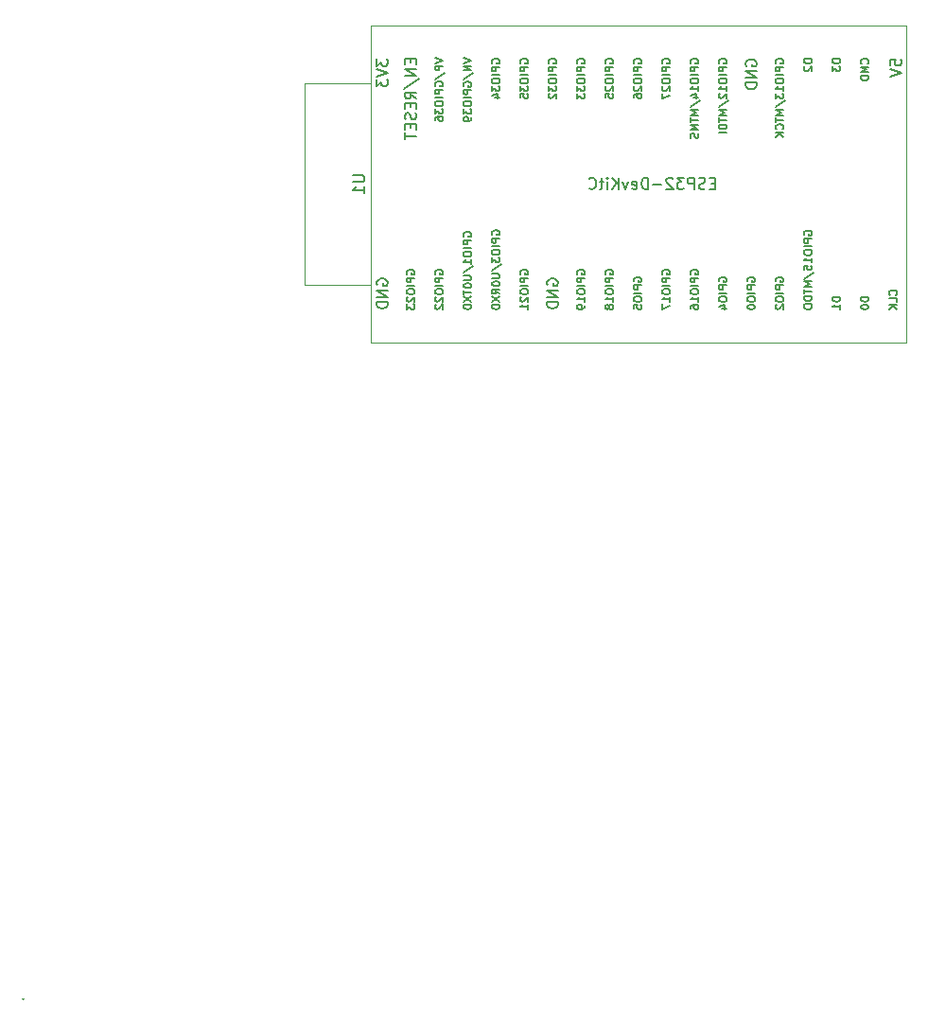
<source format=gbr>
%TF.GenerationSoftware,KiCad,Pcbnew,7.0.8*%
%TF.CreationDate,2024-07-13T09:20:10+02:00*%
%TF.ProjectId,ESP32_TFT2-8,45535033-325f-4544-9654-322d382e6b69,rev?*%
%TF.SameCoordinates,Original*%
%TF.FileFunction,Legend,Bot*%
%TF.FilePolarity,Positive*%
%FSLAX46Y46*%
G04 Gerber Fmt 4.6, Leading zero omitted, Abs format (unit mm)*
G04 Created by KiCad (PCBNEW 7.0.8) date 2024-07-13 09:20:10*
%MOMM*%
%LPD*%
G01*
G04 APERTURE LIST*
%ADD10C,0.150000*%
%ADD11C,0.010000*%
%ADD12C,0.120000*%
G04 APERTURE END LIST*
D10*
X133254819Y-106488095D02*
X134064342Y-106488095D01*
X134064342Y-106488095D02*
X134159580Y-106535714D01*
X134159580Y-106535714D02*
X134207200Y-106583333D01*
X134207200Y-106583333D02*
X134254819Y-106678571D01*
X134254819Y-106678571D02*
X134254819Y-106869047D01*
X134254819Y-106869047D02*
X134207200Y-106964285D01*
X134207200Y-106964285D02*
X134159580Y-107011904D01*
X134159580Y-107011904D02*
X134064342Y-107059523D01*
X134064342Y-107059523D02*
X133254819Y-107059523D01*
X134254819Y-108059523D02*
X134254819Y-107488095D01*
X134254819Y-107773809D02*
X133254819Y-107773809D01*
X133254819Y-107773809D02*
X133397676Y-107678571D01*
X133397676Y-107678571D02*
X133492914Y-107583333D01*
X133492914Y-107583333D02*
X133540533Y-107488095D01*
X165625237Y-107181009D02*
X165291904Y-107181009D01*
X165149047Y-107704819D02*
X165625237Y-107704819D01*
X165625237Y-107704819D02*
X165625237Y-106704819D01*
X165625237Y-106704819D02*
X165149047Y-106704819D01*
X164768094Y-107657200D02*
X164625237Y-107704819D01*
X164625237Y-107704819D02*
X164387142Y-107704819D01*
X164387142Y-107704819D02*
X164291904Y-107657200D01*
X164291904Y-107657200D02*
X164244285Y-107609580D01*
X164244285Y-107609580D02*
X164196666Y-107514342D01*
X164196666Y-107514342D02*
X164196666Y-107419104D01*
X164196666Y-107419104D02*
X164244285Y-107323866D01*
X164244285Y-107323866D02*
X164291904Y-107276247D01*
X164291904Y-107276247D02*
X164387142Y-107228628D01*
X164387142Y-107228628D02*
X164577618Y-107181009D01*
X164577618Y-107181009D02*
X164672856Y-107133390D01*
X164672856Y-107133390D02*
X164720475Y-107085771D01*
X164720475Y-107085771D02*
X164768094Y-106990533D01*
X164768094Y-106990533D02*
X164768094Y-106895295D01*
X164768094Y-106895295D02*
X164720475Y-106800057D01*
X164720475Y-106800057D02*
X164672856Y-106752438D01*
X164672856Y-106752438D02*
X164577618Y-106704819D01*
X164577618Y-106704819D02*
X164339523Y-106704819D01*
X164339523Y-106704819D02*
X164196666Y-106752438D01*
X163768094Y-107704819D02*
X163768094Y-106704819D01*
X163768094Y-106704819D02*
X163387142Y-106704819D01*
X163387142Y-106704819D02*
X163291904Y-106752438D01*
X163291904Y-106752438D02*
X163244285Y-106800057D01*
X163244285Y-106800057D02*
X163196666Y-106895295D01*
X163196666Y-106895295D02*
X163196666Y-107038152D01*
X163196666Y-107038152D02*
X163244285Y-107133390D01*
X163244285Y-107133390D02*
X163291904Y-107181009D01*
X163291904Y-107181009D02*
X163387142Y-107228628D01*
X163387142Y-107228628D02*
X163768094Y-107228628D01*
X162863332Y-106704819D02*
X162244285Y-106704819D01*
X162244285Y-106704819D02*
X162577618Y-107085771D01*
X162577618Y-107085771D02*
X162434761Y-107085771D01*
X162434761Y-107085771D02*
X162339523Y-107133390D01*
X162339523Y-107133390D02*
X162291904Y-107181009D01*
X162291904Y-107181009D02*
X162244285Y-107276247D01*
X162244285Y-107276247D02*
X162244285Y-107514342D01*
X162244285Y-107514342D02*
X162291904Y-107609580D01*
X162291904Y-107609580D02*
X162339523Y-107657200D01*
X162339523Y-107657200D02*
X162434761Y-107704819D01*
X162434761Y-107704819D02*
X162720475Y-107704819D01*
X162720475Y-107704819D02*
X162815713Y-107657200D01*
X162815713Y-107657200D02*
X162863332Y-107609580D01*
X161863332Y-106800057D02*
X161815713Y-106752438D01*
X161815713Y-106752438D02*
X161720475Y-106704819D01*
X161720475Y-106704819D02*
X161482380Y-106704819D01*
X161482380Y-106704819D02*
X161387142Y-106752438D01*
X161387142Y-106752438D02*
X161339523Y-106800057D01*
X161339523Y-106800057D02*
X161291904Y-106895295D01*
X161291904Y-106895295D02*
X161291904Y-106990533D01*
X161291904Y-106990533D02*
X161339523Y-107133390D01*
X161339523Y-107133390D02*
X161910951Y-107704819D01*
X161910951Y-107704819D02*
X161291904Y-107704819D01*
X160863332Y-107323866D02*
X160101428Y-107323866D01*
X159625237Y-107704819D02*
X159625237Y-106704819D01*
X159625237Y-106704819D02*
X159387142Y-106704819D01*
X159387142Y-106704819D02*
X159244285Y-106752438D01*
X159244285Y-106752438D02*
X159149047Y-106847676D01*
X159149047Y-106847676D02*
X159101428Y-106942914D01*
X159101428Y-106942914D02*
X159053809Y-107133390D01*
X159053809Y-107133390D02*
X159053809Y-107276247D01*
X159053809Y-107276247D02*
X159101428Y-107466723D01*
X159101428Y-107466723D02*
X159149047Y-107561961D01*
X159149047Y-107561961D02*
X159244285Y-107657200D01*
X159244285Y-107657200D02*
X159387142Y-107704819D01*
X159387142Y-107704819D02*
X159625237Y-107704819D01*
X158244285Y-107657200D02*
X158339523Y-107704819D01*
X158339523Y-107704819D02*
X158529999Y-107704819D01*
X158529999Y-107704819D02*
X158625237Y-107657200D01*
X158625237Y-107657200D02*
X158672856Y-107561961D01*
X158672856Y-107561961D02*
X158672856Y-107181009D01*
X158672856Y-107181009D02*
X158625237Y-107085771D01*
X158625237Y-107085771D02*
X158529999Y-107038152D01*
X158529999Y-107038152D02*
X158339523Y-107038152D01*
X158339523Y-107038152D02*
X158244285Y-107085771D01*
X158244285Y-107085771D02*
X158196666Y-107181009D01*
X158196666Y-107181009D02*
X158196666Y-107276247D01*
X158196666Y-107276247D02*
X158672856Y-107371485D01*
X157863332Y-107038152D02*
X157625237Y-107704819D01*
X157625237Y-107704819D02*
X157387142Y-107038152D01*
X157006189Y-107704819D02*
X157006189Y-106704819D01*
X156434761Y-107704819D02*
X156863332Y-107133390D01*
X156434761Y-106704819D02*
X157006189Y-107276247D01*
X156006189Y-107704819D02*
X156006189Y-107038152D01*
X156006189Y-106704819D02*
X156053808Y-106752438D01*
X156053808Y-106752438D02*
X156006189Y-106800057D01*
X156006189Y-106800057D02*
X155958570Y-106752438D01*
X155958570Y-106752438D02*
X156006189Y-106704819D01*
X156006189Y-106704819D02*
X156006189Y-106800057D01*
X155672856Y-107038152D02*
X155291904Y-107038152D01*
X155529999Y-106704819D02*
X155529999Y-107561961D01*
X155529999Y-107561961D02*
X155482380Y-107657200D01*
X155482380Y-107657200D02*
X155387142Y-107704819D01*
X155387142Y-107704819D02*
X155291904Y-107704819D01*
X154387142Y-107609580D02*
X154434761Y-107657200D01*
X154434761Y-107657200D02*
X154577618Y-107704819D01*
X154577618Y-107704819D02*
X154672856Y-107704819D01*
X154672856Y-107704819D02*
X154815713Y-107657200D01*
X154815713Y-107657200D02*
X154910951Y-107561961D01*
X154910951Y-107561961D02*
X154958570Y-107466723D01*
X154958570Y-107466723D02*
X155006189Y-107276247D01*
X155006189Y-107276247D02*
X155006189Y-107133390D01*
X155006189Y-107133390D02*
X154958570Y-106942914D01*
X154958570Y-106942914D02*
X154910951Y-106847676D01*
X154910951Y-106847676D02*
X154815713Y-106752438D01*
X154815713Y-106752438D02*
X154672856Y-106704819D01*
X154672856Y-106704819D02*
X154577618Y-106704819D01*
X154577618Y-106704819D02*
X154434761Y-106752438D01*
X154434761Y-106752438D02*
X154387142Y-106800057D01*
X181326099Y-96629289D02*
X181326099Y-96153099D01*
X181326099Y-96153099D02*
X181802289Y-96105480D01*
X181802289Y-96105480D02*
X181754670Y-96153099D01*
X181754670Y-96153099D02*
X181707051Y-96248337D01*
X181707051Y-96248337D02*
X181707051Y-96486432D01*
X181707051Y-96486432D02*
X181754670Y-96581670D01*
X181754670Y-96581670D02*
X181802289Y-96629289D01*
X181802289Y-96629289D02*
X181897527Y-96676908D01*
X181897527Y-96676908D02*
X182135622Y-96676908D01*
X182135622Y-96676908D02*
X182230860Y-96629289D01*
X182230860Y-96629289D02*
X182278480Y-96581670D01*
X182278480Y-96581670D02*
X182326099Y-96486432D01*
X182326099Y-96486432D02*
X182326099Y-96248337D01*
X182326099Y-96248337D02*
X182278480Y-96153099D01*
X182278480Y-96153099D02*
X182230860Y-96105480D01*
X181326099Y-96962623D02*
X182326099Y-97295956D01*
X182326099Y-97295956D02*
X181326099Y-97629289D01*
X145709366Y-111781316D02*
X145676033Y-111714649D01*
X145676033Y-111714649D02*
X145676033Y-111614649D01*
X145676033Y-111614649D02*
X145709366Y-111514649D01*
X145709366Y-111514649D02*
X145776033Y-111447983D01*
X145776033Y-111447983D02*
X145842700Y-111414649D01*
X145842700Y-111414649D02*
X145976033Y-111381316D01*
X145976033Y-111381316D02*
X146076033Y-111381316D01*
X146076033Y-111381316D02*
X146209366Y-111414649D01*
X146209366Y-111414649D02*
X146276033Y-111447983D01*
X146276033Y-111447983D02*
X146342700Y-111514649D01*
X146342700Y-111514649D02*
X146376033Y-111614649D01*
X146376033Y-111614649D02*
X146376033Y-111681316D01*
X146376033Y-111681316D02*
X146342700Y-111781316D01*
X146342700Y-111781316D02*
X146309366Y-111814649D01*
X146309366Y-111814649D02*
X146076033Y-111814649D01*
X146076033Y-111814649D02*
X146076033Y-111681316D01*
X146376033Y-112114649D02*
X145676033Y-112114649D01*
X145676033Y-112114649D02*
X145676033Y-112381316D01*
X145676033Y-112381316D02*
X145709366Y-112447983D01*
X145709366Y-112447983D02*
X145742700Y-112481316D01*
X145742700Y-112481316D02*
X145809366Y-112514649D01*
X145809366Y-112514649D02*
X145909366Y-112514649D01*
X145909366Y-112514649D02*
X145976033Y-112481316D01*
X145976033Y-112481316D02*
X146009366Y-112447983D01*
X146009366Y-112447983D02*
X146042700Y-112381316D01*
X146042700Y-112381316D02*
X146042700Y-112114649D01*
X146376033Y-112814649D02*
X145676033Y-112814649D01*
X145676033Y-113281316D02*
X145676033Y-113414649D01*
X145676033Y-113414649D02*
X145709366Y-113481316D01*
X145709366Y-113481316D02*
X145776033Y-113547982D01*
X145776033Y-113547982D02*
X145909366Y-113581316D01*
X145909366Y-113581316D02*
X146142700Y-113581316D01*
X146142700Y-113581316D02*
X146276033Y-113547982D01*
X146276033Y-113547982D02*
X146342700Y-113481316D01*
X146342700Y-113481316D02*
X146376033Y-113414649D01*
X146376033Y-113414649D02*
X146376033Y-113281316D01*
X146376033Y-113281316D02*
X146342700Y-113214649D01*
X146342700Y-113214649D02*
X146276033Y-113147982D01*
X146276033Y-113147982D02*
X146142700Y-113114649D01*
X146142700Y-113114649D02*
X145909366Y-113114649D01*
X145909366Y-113114649D02*
X145776033Y-113147982D01*
X145776033Y-113147982D02*
X145709366Y-113214649D01*
X145709366Y-113214649D02*
X145676033Y-113281316D01*
X145676033Y-113814649D02*
X145676033Y-114247982D01*
X145676033Y-114247982D02*
X145942700Y-114014649D01*
X145942700Y-114014649D02*
X145942700Y-114114649D01*
X145942700Y-114114649D02*
X145976033Y-114181315D01*
X145976033Y-114181315D02*
X146009366Y-114214649D01*
X146009366Y-114214649D02*
X146076033Y-114247982D01*
X146076033Y-114247982D02*
X146242700Y-114247982D01*
X146242700Y-114247982D02*
X146309366Y-114214649D01*
X146309366Y-114214649D02*
X146342700Y-114181315D01*
X146342700Y-114181315D02*
X146376033Y-114114649D01*
X146376033Y-114114649D02*
X146376033Y-113914649D01*
X146376033Y-113914649D02*
X146342700Y-113847982D01*
X146342700Y-113847982D02*
X146309366Y-113814649D01*
X145642700Y-115047982D02*
X146542700Y-114447982D01*
X145676033Y-115281315D02*
X146242700Y-115281315D01*
X146242700Y-115281315D02*
X146309366Y-115314649D01*
X146309366Y-115314649D02*
X146342700Y-115347982D01*
X146342700Y-115347982D02*
X146376033Y-115414649D01*
X146376033Y-115414649D02*
X146376033Y-115547982D01*
X146376033Y-115547982D02*
X146342700Y-115614649D01*
X146342700Y-115614649D02*
X146309366Y-115647982D01*
X146309366Y-115647982D02*
X146242700Y-115681315D01*
X146242700Y-115681315D02*
X145676033Y-115681315D01*
X145676033Y-116147982D02*
X145676033Y-116214648D01*
X145676033Y-116214648D02*
X145709366Y-116281315D01*
X145709366Y-116281315D02*
X145742700Y-116314648D01*
X145742700Y-116314648D02*
X145809366Y-116347982D01*
X145809366Y-116347982D02*
X145942700Y-116381315D01*
X145942700Y-116381315D02*
X146109366Y-116381315D01*
X146109366Y-116381315D02*
X146242700Y-116347982D01*
X146242700Y-116347982D02*
X146309366Y-116314648D01*
X146309366Y-116314648D02*
X146342700Y-116281315D01*
X146342700Y-116281315D02*
X146376033Y-116214648D01*
X146376033Y-116214648D02*
X146376033Y-116147982D01*
X146376033Y-116147982D02*
X146342700Y-116081315D01*
X146342700Y-116081315D02*
X146309366Y-116047982D01*
X146309366Y-116047982D02*
X146242700Y-116014648D01*
X146242700Y-116014648D02*
X146109366Y-115981315D01*
X146109366Y-115981315D02*
X145942700Y-115981315D01*
X145942700Y-115981315D02*
X145809366Y-116014648D01*
X145809366Y-116014648D02*
X145742700Y-116047982D01*
X145742700Y-116047982D02*
X145709366Y-116081315D01*
X145709366Y-116081315D02*
X145676033Y-116147982D01*
X146376033Y-117081315D02*
X146042700Y-116847982D01*
X146376033Y-116681315D02*
X145676033Y-116681315D01*
X145676033Y-116681315D02*
X145676033Y-116947982D01*
X145676033Y-116947982D02*
X145709366Y-117014649D01*
X145709366Y-117014649D02*
X145742700Y-117047982D01*
X145742700Y-117047982D02*
X145809366Y-117081315D01*
X145809366Y-117081315D02*
X145909366Y-117081315D01*
X145909366Y-117081315D02*
X145976033Y-117047982D01*
X145976033Y-117047982D02*
X146009366Y-117014649D01*
X146009366Y-117014649D02*
X146042700Y-116947982D01*
X146042700Y-116947982D02*
X146042700Y-116681315D01*
X145676033Y-117314649D02*
X146376033Y-117781315D01*
X145676033Y-117781315D02*
X146376033Y-117314649D01*
X146376033Y-118047982D02*
X145676033Y-118047982D01*
X145676033Y-118047982D02*
X145676033Y-118214649D01*
X145676033Y-118214649D02*
X145709366Y-118314649D01*
X145709366Y-118314649D02*
X145776033Y-118381316D01*
X145776033Y-118381316D02*
X145842700Y-118414649D01*
X145842700Y-118414649D02*
X145976033Y-118447982D01*
X145976033Y-118447982D02*
X146076033Y-118447982D01*
X146076033Y-118447982D02*
X146209366Y-118414649D01*
X146209366Y-118414649D02*
X146276033Y-118381316D01*
X146276033Y-118381316D02*
X146342700Y-118314649D01*
X146342700Y-118314649D02*
X146376033Y-118214649D01*
X146376033Y-118214649D02*
X146376033Y-118047982D01*
X171109366Y-115981316D02*
X171076033Y-115914649D01*
X171076033Y-115914649D02*
X171076033Y-115814649D01*
X171076033Y-115814649D02*
X171109366Y-115714649D01*
X171109366Y-115714649D02*
X171176033Y-115647983D01*
X171176033Y-115647983D02*
X171242700Y-115614649D01*
X171242700Y-115614649D02*
X171376033Y-115581316D01*
X171376033Y-115581316D02*
X171476033Y-115581316D01*
X171476033Y-115581316D02*
X171609366Y-115614649D01*
X171609366Y-115614649D02*
X171676033Y-115647983D01*
X171676033Y-115647983D02*
X171742700Y-115714649D01*
X171742700Y-115714649D02*
X171776033Y-115814649D01*
X171776033Y-115814649D02*
X171776033Y-115881316D01*
X171776033Y-115881316D02*
X171742700Y-115981316D01*
X171742700Y-115981316D02*
X171709366Y-116014649D01*
X171709366Y-116014649D02*
X171476033Y-116014649D01*
X171476033Y-116014649D02*
X171476033Y-115881316D01*
X171776033Y-116314649D02*
X171076033Y-116314649D01*
X171076033Y-116314649D02*
X171076033Y-116581316D01*
X171076033Y-116581316D02*
X171109366Y-116647983D01*
X171109366Y-116647983D02*
X171142700Y-116681316D01*
X171142700Y-116681316D02*
X171209366Y-116714649D01*
X171209366Y-116714649D02*
X171309366Y-116714649D01*
X171309366Y-116714649D02*
X171376033Y-116681316D01*
X171376033Y-116681316D02*
X171409366Y-116647983D01*
X171409366Y-116647983D02*
X171442700Y-116581316D01*
X171442700Y-116581316D02*
X171442700Y-116314649D01*
X171776033Y-117014649D02*
X171076033Y-117014649D01*
X171076033Y-117481316D02*
X171076033Y-117614649D01*
X171076033Y-117614649D02*
X171109366Y-117681316D01*
X171109366Y-117681316D02*
X171176033Y-117747982D01*
X171176033Y-117747982D02*
X171309366Y-117781316D01*
X171309366Y-117781316D02*
X171542700Y-117781316D01*
X171542700Y-117781316D02*
X171676033Y-117747982D01*
X171676033Y-117747982D02*
X171742700Y-117681316D01*
X171742700Y-117681316D02*
X171776033Y-117614649D01*
X171776033Y-117614649D02*
X171776033Y-117481316D01*
X171776033Y-117481316D02*
X171742700Y-117414649D01*
X171742700Y-117414649D02*
X171676033Y-117347982D01*
X171676033Y-117347982D02*
X171542700Y-117314649D01*
X171542700Y-117314649D02*
X171309366Y-117314649D01*
X171309366Y-117314649D02*
X171176033Y-117347982D01*
X171176033Y-117347982D02*
X171109366Y-117414649D01*
X171109366Y-117414649D02*
X171076033Y-117481316D01*
X171142700Y-118047982D02*
X171109366Y-118081315D01*
X171109366Y-118081315D02*
X171076033Y-118147982D01*
X171076033Y-118147982D02*
X171076033Y-118314649D01*
X171076033Y-118314649D02*
X171109366Y-118381315D01*
X171109366Y-118381315D02*
X171142700Y-118414649D01*
X171142700Y-118414649D02*
X171209366Y-118447982D01*
X171209366Y-118447982D02*
X171276033Y-118447982D01*
X171276033Y-118447982D02*
X171376033Y-118414649D01*
X171376033Y-118414649D02*
X171776033Y-118014649D01*
X171776033Y-118014649D02*
X171776033Y-118447982D01*
X176856033Y-96085350D02*
X176156033Y-96085350D01*
X176156033Y-96085350D02*
X176156033Y-96252017D01*
X176156033Y-96252017D02*
X176189366Y-96352017D01*
X176189366Y-96352017D02*
X176256033Y-96418684D01*
X176256033Y-96418684D02*
X176322700Y-96452017D01*
X176322700Y-96452017D02*
X176456033Y-96485350D01*
X176456033Y-96485350D02*
X176556033Y-96485350D01*
X176556033Y-96485350D02*
X176689366Y-96452017D01*
X176689366Y-96452017D02*
X176756033Y-96418684D01*
X176756033Y-96418684D02*
X176822700Y-96352017D01*
X176822700Y-96352017D02*
X176856033Y-96252017D01*
X176856033Y-96252017D02*
X176856033Y-96085350D01*
X176156033Y-96718684D02*
X176156033Y-97152017D01*
X176156033Y-97152017D02*
X176422700Y-96918684D01*
X176422700Y-96918684D02*
X176422700Y-97018684D01*
X176422700Y-97018684D02*
X176456033Y-97085350D01*
X176456033Y-97085350D02*
X176489366Y-97118684D01*
X176489366Y-97118684D02*
X176556033Y-97152017D01*
X176556033Y-97152017D02*
X176722700Y-97152017D01*
X176722700Y-97152017D02*
X176789366Y-97118684D01*
X176789366Y-97118684D02*
X176822700Y-97085350D01*
X176822700Y-97085350D02*
X176856033Y-97018684D01*
X176856033Y-97018684D02*
X176856033Y-96818684D01*
X176856033Y-96818684D02*
X176822700Y-96752017D01*
X176822700Y-96752017D02*
X176789366Y-96718684D01*
X143136033Y-95985350D02*
X143836033Y-96218684D01*
X143836033Y-96218684D02*
X143136033Y-96452017D01*
X143836033Y-96685350D02*
X143136033Y-96685350D01*
X143136033Y-96685350D02*
X143836033Y-97085350D01*
X143836033Y-97085350D02*
X143136033Y-97085350D01*
X143102700Y-97918683D02*
X144002700Y-97318683D01*
X143169366Y-98518683D02*
X143136033Y-98452016D01*
X143136033Y-98452016D02*
X143136033Y-98352016D01*
X143136033Y-98352016D02*
X143169366Y-98252016D01*
X143169366Y-98252016D02*
X143236033Y-98185350D01*
X143236033Y-98185350D02*
X143302700Y-98152016D01*
X143302700Y-98152016D02*
X143436033Y-98118683D01*
X143436033Y-98118683D02*
X143536033Y-98118683D01*
X143536033Y-98118683D02*
X143669366Y-98152016D01*
X143669366Y-98152016D02*
X143736033Y-98185350D01*
X143736033Y-98185350D02*
X143802700Y-98252016D01*
X143802700Y-98252016D02*
X143836033Y-98352016D01*
X143836033Y-98352016D02*
X143836033Y-98418683D01*
X143836033Y-98418683D02*
X143802700Y-98518683D01*
X143802700Y-98518683D02*
X143769366Y-98552016D01*
X143769366Y-98552016D02*
X143536033Y-98552016D01*
X143536033Y-98552016D02*
X143536033Y-98418683D01*
X143836033Y-98852016D02*
X143136033Y-98852016D01*
X143136033Y-98852016D02*
X143136033Y-99118683D01*
X143136033Y-99118683D02*
X143169366Y-99185350D01*
X143169366Y-99185350D02*
X143202700Y-99218683D01*
X143202700Y-99218683D02*
X143269366Y-99252016D01*
X143269366Y-99252016D02*
X143369366Y-99252016D01*
X143369366Y-99252016D02*
X143436033Y-99218683D01*
X143436033Y-99218683D02*
X143469366Y-99185350D01*
X143469366Y-99185350D02*
X143502700Y-99118683D01*
X143502700Y-99118683D02*
X143502700Y-98852016D01*
X143836033Y-99552016D02*
X143136033Y-99552016D01*
X143136033Y-100018683D02*
X143136033Y-100152016D01*
X143136033Y-100152016D02*
X143169366Y-100218683D01*
X143169366Y-100218683D02*
X143236033Y-100285349D01*
X143236033Y-100285349D02*
X143369366Y-100318683D01*
X143369366Y-100318683D02*
X143602700Y-100318683D01*
X143602700Y-100318683D02*
X143736033Y-100285349D01*
X143736033Y-100285349D02*
X143802700Y-100218683D01*
X143802700Y-100218683D02*
X143836033Y-100152016D01*
X143836033Y-100152016D02*
X143836033Y-100018683D01*
X143836033Y-100018683D02*
X143802700Y-99952016D01*
X143802700Y-99952016D02*
X143736033Y-99885349D01*
X143736033Y-99885349D02*
X143602700Y-99852016D01*
X143602700Y-99852016D02*
X143369366Y-99852016D01*
X143369366Y-99852016D02*
X143236033Y-99885349D01*
X143236033Y-99885349D02*
X143169366Y-99952016D01*
X143169366Y-99952016D02*
X143136033Y-100018683D01*
X143136033Y-100552016D02*
X143136033Y-100985349D01*
X143136033Y-100985349D02*
X143402700Y-100752016D01*
X143402700Y-100752016D02*
X143402700Y-100852016D01*
X143402700Y-100852016D02*
X143436033Y-100918682D01*
X143436033Y-100918682D02*
X143469366Y-100952016D01*
X143469366Y-100952016D02*
X143536033Y-100985349D01*
X143536033Y-100985349D02*
X143702700Y-100985349D01*
X143702700Y-100985349D02*
X143769366Y-100952016D01*
X143769366Y-100952016D02*
X143802700Y-100918682D01*
X143802700Y-100918682D02*
X143836033Y-100852016D01*
X143836033Y-100852016D02*
X143836033Y-100652016D01*
X143836033Y-100652016D02*
X143802700Y-100585349D01*
X143802700Y-100585349D02*
X143769366Y-100552016D01*
X143836033Y-101318683D02*
X143836033Y-101452016D01*
X143836033Y-101452016D02*
X143802700Y-101518683D01*
X143802700Y-101518683D02*
X143769366Y-101552016D01*
X143769366Y-101552016D02*
X143669366Y-101618683D01*
X143669366Y-101618683D02*
X143536033Y-101652016D01*
X143536033Y-101652016D02*
X143269366Y-101652016D01*
X143269366Y-101652016D02*
X143202700Y-101618683D01*
X143202700Y-101618683D02*
X143169366Y-101585349D01*
X143169366Y-101585349D02*
X143136033Y-101518683D01*
X143136033Y-101518683D02*
X143136033Y-101385349D01*
X143136033Y-101385349D02*
X143169366Y-101318683D01*
X143169366Y-101318683D02*
X143202700Y-101285349D01*
X143202700Y-101285349D02*
X143269366Y-101252016D01*
X143269366Y-101252016D02*
X143436033Y-101252016D01*
X143436033Y-101252016D02*
X143502700Y-101285349D01*
X143502700Y-101285349D02*
X143536033Y-101318683D01*
X143536033Y-101318683D02*
X143569366Y-101385349D01*
X143569366Y-101385349D02*
X143569366Y-101518683D01*
X143569366Y-101518683D02*
X143536033Y-101585349D01*
X143536033Y-101585349D02*
X143502700Y-101618683D01*
X143502700Y-101618683D02*
X143436033Y-101652016D01*
X135354819Y-96061541D02*
X135354819Y-96680588D01*
X135354819Y-96680588D02*
X135735771Y-96347255D01*
X135735771Y-96347255D02*
X135735771Y-96490112D01*
X135735771Y-96490112D02*
X135783390Y-96585350D01*
X135783390Y-96585350D02*
X135831009Y-96632969D01*
X135831009Y-96632969D02*
X135926247Y-96680588D01*
X135926247Y-96680588D02*
X136164342Y-96680588D01*
X136164342Y-96680588D02*
X136259580Y-96632969D01*
X136259580Y-96632969D02*
X136307200Y-96585350D01*
X136307200Y-96585350D02*
X136354819Y-96490112D01*
X136354819Y-96490112D02*
X136354819Y-96204398D01*
X136354819Y-96204398D02*
X136307200Y-96109160D01*
X136307200Y-96109160D02*
X136259580Y-96061541D01*
X135354819Y-96966303D02*
X136354819Y-97299636D01*
X136354819Y-97299636D02*
X135354819Y-97632969D01*
X135354819Y-97871065D02*
X135354819Y-98490112D01*
X135354819Y-98490112D02*
X135735771Y-98156779D01*
X135735771Y-98156779D02*
X135735771Y-98299636D01*
X135735771Y-98299636D02*
X135783390Y-98394874D01*
X135783390Y-98394874D02*
X135831009Y-98442493D01*
X135831009Y-98442493D02*
X135926247Y-98490112D01*
X135926247Y-98490112D02*
X136164342Y-98490112D01*
X136164342Y-98490112D02*
X136259580Y-98442493D01*
X136259580Y-98442493D02*
X136307200Y-98394874D01*
X136307200Y-98394874D02*
X136354819Y-98299636D01*
X136354819Y-98299636D02*
X136354819Y-98013922D01*
X136354819Y-98013922D02*
X136307200Y-97918684D01*
X136307200Y-97918684D02*
X136259580Y-97871065D01*
X143169366Y-111947983D02*
X143136033Y-111881316D01*
X143136033Y-111881316D02*
X143136033Y-111781316D01*
X143136033Y-111781316D02*
X143169366Y-111681316D01*
X143169366Y-111681316D02*
X143236033Y-111614650D01*
X143236033Y-111614650D02*
X143302700Y-111581316D01*
X143302700Y-111581316D02*
X143436033Y-111547983D01*
X143436033Y-111547983D02*
X143536033Y-111547983D01*
X143536033Y-111547983D02*
X143669366Y-111581316D01*
X143669366Y-111581316D02*
X143736033Y-111614650D01*
X143736033Y-111614650D02*
X143802700Y-111681316D01*
X143802700Y-111681316D02*
X143836033Y-111781316D01*
X143836033Y-111781316D02*
X143836033Y-111847983D01*
X143836033Y-111847983D02*
X143802700Y-111947983D01*
X143802700Y-111947983D02*
X143769366Y-111981316D01*
X143769366Y-111981316D02*
X143536033Y-111981316D01*
X143536033Y-111981316D02*
X143536033Y-111847983D01*
X143836033Y-112281316D02*
X143136033Y-112281316D01*
X143136033Y-112281316D02*
X143136033Y-112547983D01*
X143136033Y-112547983D02*
X143169366Y-112614650D01*
X143169366Y-112614650D02*
X143202700Y-112647983D01*
X143202700Y-112647983D02*
X143269366Y-112681316D01*
X143269366Y-112681316D02*
X143369366Y-112681316D01*
X143369366Y-112681316D02*
X143436033Y-112647983D01*
X143436033Y-112647983D02*
X143469366Y-112614650D01*
X143469366Y-112614650D02*
X143502700Y-112547983D01*
X143502700Y-112547983D02*
X143502700Y-112281316D01*
X143836033Y-112981316D02*
X143136033Y-112981316D01*
X143136033Y-113447983D02*
X143136033Y-113581316D01*
X143136033Y-113581316D02*
X143169366Y-113647983D01*
X143169366Y-113647983D02*
X143236033Y-113714649D01*
X143236033Y-113714649D02*
X143369366Y-113747983D01*
X143369366Y-113747983D02*
X143602700Y-113747983D01*
X143602700Y-113747983D02*
X143736033Y-113714649D01*
X143736033Y-113714649D02*
X143802700Y-113647983D01*
X143802700Y-113647983D02*
X143836033Y-113581316D01*
X143836033Y-113581316D02*
X143836033Y-113447983D01*
X143836033Y-113447983D02*
X143802700Y-113381316D01*
X143802700Y-113381316D02*
X143736033Y-113314649D01*
X143736033Y-113314649D02*
X143602700Y-113281316D01*
X143602700Y-113281316D02*
X143369366Y-113281316D01*
X143369366Y-113281316D02*
X143236033Y-113314649D01*
X143236033Y-113314649D02*
X143169366Y-113381316D01*
X143169366Y-113381316D02*
X143136033Y-113447983D01*
X143836033Y-114414649D02*
X143836033Y-114014649D01*
X143836033Y-114214649D02*
X143136033Y-114214649D01*
X143136033Y-114214649D02*
X143236033Y-114147982D01*
X143236033Y-114147982D02*
X143302700Y-114081316D01*
X143302700Y-114081316D02*
X143336033Y-114014649D01*
X143102700Y-115214649D02*
X144002700Y-114614649D01*
X143136033Y-115447982D02*
X143702700Y-115447982D01*
X143702700Y-115447982D02*
X143769366Y-115481316D01*
X143769366Y-115481316D02*
X143802700Y-115514649D01*
X143802700Y-115514649D02*
X143836033Y-115581316D01*
X143836033Y-115581316D02*
X143836033Y-115714649D01*
X143836033Y-115714649D02*
X143802700Y-115781316D01*
X143802700Y-115781316D02*
X143769366Y-115814649D01*
X143769366Y-115814649D02*
X143702700Y-115847982D01*
X143702700Y-115847982D02*
X143136033Y-115847982D01*
X143136033Y-116314649D02*
X143136033Y-116381315D01*
X143136033Y-116381315D02*
X143169366Y-116447982D01*
X143169366Y-116447982D02*
X143202700Y-116481315D01*
X143202700Y-116481315D02*
X143269366Y-116514649D01*
X143269366Y-116514649D02*
X143402700Y-116547982D01*
X143402700Y-116547982D02*
X143569366Y-116547982D01*
X143569366Y-116547982D02*
X143702700Y-116514649D01*
X143702700Y-116514649D02*
X143769366Y-116481315D01*
X143769366Y-116481315D02*
X143802700Y-116447982D01*
X143802700Y-116447982D02*
X143836033Y-116381315D01*
X143836033Y-116381315D02*
X143836033Y-116314649D01*
X143836033Y-116314649D02*
X143802700Y-116247982D01*
X143802700Y-116247982D02*
X143769366Y-116214649D01*
X143769366Y-116214649D02*
X143702700Y-116181315D01*
X143702700Y-116181315D02*
X143569366Y-116147982D01*
X143569366Y-116147982D02*
X143402700Y-116147982D01*
X143402700Y-116147982D02*
X143269366Y-116181315D01*
X143269366Y-116181315D02*
X143202700Y-116214649D01*
X143202700Y-116214649D02*
X143169366Y-116247982D01*
X143169366Y-116247982D02*
X143136033Y-116314649D01*
X143136033Y-116747982D02*
X143136033Y-117147982D01*
X143836033Y-116947982D02*
X143136033Y-116947982D01*
X143136033Y-117314649D02*
X143836033Y-117781315D01*
X143136033Y-117781315D02*
X143836033Y-117314649D01*
X143836033Y-118047982D02*
X143136033Y-118047982D01*
X143136033Y-118047982D02*
X143136033Y-118214649D01*
X143136033Y-118214649D02*
X143169366Y-118314649D01*
X143169366Y-118314649D02*
X143236033Y-118381316D01*
X143236033Y-118381316D02*
X143302700Y-118414649D01*
X143302700Y-118414649D02*
X143436033Y-118447982D01*
X143436033Y-118447982D02*
X143536033Y-118447982D01*
X143536033Y-118447982D02*
X143669366Y-118414649D01*
X143669366Y-118414649D02*
X143736033Y-118381316D01*
X143736033Y-118381316D02*
X143802700Y-118314649D01*
X143802700Y-118314649D02*
X143836033Y-118214649D01*
X143836033Y-118214649D02*
X143836033Y-118047982D01*
X135402438Y-116295601D02*
X135354819Y-116200363D01*
X135354819Y-116200363D02*
X135354819Y-116057506D01*
X135354819Y-116057506D02*
X135402438Y-115914649D01*
X135402438Y-115914649D02*
X135497676Y-115819411D01*
X135497676Y-115819411D02*
X135592914Y-115771792D01*
X135592914Y-115771792D02*
X135783390Y-115724173D01*
X135783390Y-115724173D02*
X135926247Y-115724173D01*
X135926247Y-115724173D02*
X136116723Y-115771792D01*
X136116723Y-115771792D02*
X136211961Y-115819411D01*
X136211961Y-115819411D02*
X136307200Y-115914649D01*
X136307200Y-115914649D02*
X136354819Y-116057506D01*
X136354819Y-116057506D02*
X136354819Y-116152744D01*
X136354819Y-116152744D02*
X136307200Y-116295601D01*
X136307200Y-116295601D02*
X136259580Y-116343220D01*
X136259580Y-116343220D02*
X135926247Y-116343220D01*
X135926247Y-116343220D02*
X135926247Y-116152744D01*
X136354819Y-116771792D02*
X135354819Y-116771792D01*
X135354819Y-116771792D02*
X136354819Y-117343220D01*
X136354819Y-117343220D02*
X135354819Y-117343220D01*
X136354819Y-117819411D02*
X135354819Y-117819411D01*
X135354819Y-117819411D02*
X135354819Y-118057506D01*
X135354819Y-118057506D02*
X135402438Y-118200363D01*
X135402438Y-118200363D02*
X135497676Y-118295601D01*
X135497676Y-118295601D02*
X135592914Y-118343220D01*
X135592914Y-118343220D02*
X135783390Y-118390839D01*
X135783390Y-118390839D02*
X135926247Y-118390839D01*
X135926247Y-118390839D02*
X136116723Y-118343220D01*
X136116723Y-118343220D02*
X136211961Y-118295601D01*
X136211961Y-118295601D02*
X136307200Y-118200363D01*
X136307200Y-118200363D02*
X136354819Y-118057506D01*
X136354819Y-118057506D02*
X136354819Y-117819411D01*
X138368289Y-96051921D02*
X138368289Y-96385254D01*
X138892099Y-96528111D02*
X138892099Y-96051921D01*
X138892099Y-96051921D02*
X137892099Y-96051921D01*
X137892099Y-96051921D02*
X137892099Y-96528111D01*
X138892099Y-96956683D02*
X137892099Y-96956683D01*
X137892099Y-96956683D02*
X138892099Y-97528111D01*
X138892099Y-97528111D02*
X137892099Y-97528111D01*
X137844480Y-98718587D02*
X139130194Y-97861445D01*
X138892099Y-99623349D02*
X138415908Y-99290016D01*
X138892099Y-99051921D02*
X137892099Y-99051921D01*
X137892099Y-99051921D02*
X137892099Y-99432873D01*
X137892099Y-99432873D02*
X137939718Y-99528111D01*
X137939718Y-99528111D02*
X137987337Y-99575730D01*
X137987337Y-99575730D02*
X138082575Y-99623349D01*
X138082575Y-99623349D02*
X138225432Y-99623349D01*
X138225432Y-99623349D02*
X138320670Y-99575730D01*
X138320670Y-99575730D02*
X138368289Y-99528111D01*
X138368289Y-99528111D02*
X138415908Y-99432873D01*
X138415908Y-99432873D02*
X138415908Y-99051921D01*
X138368289Y-100051921D02*
X138368289Y-100385254D01*
X138892099Y-100528111D02*
X138892099Y-100051921D01*
X138892099Y-100051921D02*
X137892099Y-100051921D01*
X137892099Y-100051921D02*
X137892099Y-100528111D01*
X138844480Y-100909064D02*
X138892099Y-101051921D01*
X138892099Y-101051921D02*
X138892099Y-101290016D01*
X138892099Y-101290016D02*
X138844480Y-101385254D01*
X138844480Y-101385254D02*
X138796860Y-101432873D01*
X138796860Y-101432873D02*
X138701622Y-101480492D01*
X138701622Y-101480492D02*
X138606384Y-101480492D01*
X138606384Y-101480492D02*
X138511146Y-101432873D01*
X138511146Y-101432873D02*
X138463527Y-101385254D01*
X138463527Y-101385254D02*
X138415908Y-101290016D01*
X138415908Y-101290016D02*
X138368289Y-101099540D01*
X138368289Y-101099540D02*
X138320670Y-101004302D01*
X138320670Y-101004302D02*
X138273051Y-100956683D01*
X138273051Y-100956683D02*
X138177813Y-100909064D01*
X138177813Y-100909064D02*
X138082575Y-100909064D01*
X138082575Y-100909064D02*
X137987337Y-100956683D01*
X137987337Y-100956683D02*
X137939718Y-101004302D01*
X137939718Y-101004302D02*
X137892099Y-101099540D01*
X137892099Y-101099540D02*
X137892099Y-101337635D01*
X137892099Y-101337635D02*
X137939718Y-101480492D01*
X138368289Y-101909064D02*
X138368289Y-102242397D01*
X138892099Y-102385254D02*
X138892099Y-101909064D01*
X138892099Y-101909064D02*
X137892099Y-101909064D01*
X137892099Y-101909064D02*
X137892099Y-102385254D01*
X137892099Y-102670969D02*
X137892099Y-103242397D01*
X138892099Y-102956683D02*
X137892099Y-102956683D01*
X173649366Y-111814650D02*
X173616033Y-111747983D01*
X173616033Y-111747983D02*
X173616033Y-111647983D01*
X173616033Y-111647983D02*
X173649366Y-111547983D01*
X173649366Y-111547983D02*
X173716033Y-111481317D01*
X173716033Y-111481317D02*
X173782700Y-111447983D01*
X173782700Y-111447983D02*
X173916033Y-111414650D01*
X173916033Y-111414650D02*
X174016033Y-111414650D01*
X174016033Y-111414650D02*
X174149366Y-111447983D01*
X174149366Y-111447983D02*
X174216033Y-111481317D01*
X174216033Y-111481317D02*
X174282700Y-111547983D01*
X174282700Y-111547983D02*
X174316033Y-111647983D01*
X174316033Y-111647983D02*
X174316033Y-111714650D01*
X174316033Y-111714650D02*
X174282700Y-111814650D01*
X174282700Y-111814650D02*
X174249366Y-111847983D01*
X174249366Y-111847983D02*
X174016033Y-111847983D01*
X174016033Y-111847983D02*
X174016033Y-111714650D01*
X174316033Y-112147983D02*
X173616033Y-112147983D01*
X173616033Y-112147983D02*
X173616033Y-112414650D01*
X173616033Y-112414650D02*
X173649366Y-112481317D01*
X173649366Y-112481317D02*
X173682700Y-112514650D01*
X173682700Y-112514650D02*
X173749366Y-112547983D01*
X173749366Y-112547983D02*
X173849366Y-112547983D01*
X173849366Y-112547983D02*
X173916033Y-112514650D01*
X173916033Y-112514650D02*
X173949366Y-112481317D01*
X173949366Y-112481317D02*
X173982700Y-112414650D01*
X173982700Y-112414650D02*
X173982700Y-112147983D01*
X174316033Y-112847983D02*
X173616033Y-112847983D01*
X173616033Y-113314650D02*
X173616033Y-113447983D01*
X173616033Y-113447983D02*
X173649366Y-113514650D01*
X173649366Y-113514650D02*
X173716033Y-113581316D01*
X173716033Y-113581316D02*
X173849366Y-113614650D01*
X173849366Y-113614650D02*
X174082700Y-113614650D01*
X174082700Y-113614650D02*
X174216033Y-113581316D01*
X174216033Y-113581316D02*
X174282700Y-113514650D01*
X174282700Y-113514650D02*
X174316033Y-113447983D01*
X174316033Y-113447983D02*
X174316033Y-113314650D01*
X174316033Y-113314650D02*
X174282700Y-113247983D01*
X174282700Y-113247983D02*
X174216033Y-113181316D01*
X174216033Y-113181316D02*
X174082700Y-113147983D01*
X174082700Y-113147983D02*
X173849366Y-113147983D01*
X173849366Y-113147983D02*
X173716033Y-113181316D01*
X173716033Y-113181316D02*
X173649366Y-113247983D01*
X173649366Y-113247983D02*
X173616033Y-113314650D01*
X174316033Y-114281316D02*
X174316033Y-113881316D01*
X174316033Y-114081316D02*
X173616033Y-114081316D01*
X173616033Y-114081316D02*
X173716033Y-114014649D01*
X173716033Y-114014649D02*
X173782700Y-113947983D01*
X173782700Y-113947983D02*
X173816033Y-113881316D01*
X173616033Y-114914650D02*
X173616033Y-114581316D01*
X173616033Y-114581316D02*
X173949366Y-114547983D01*
X173949366Y-114547983D02*
X173916033Y-114581316D01*
X173916033Y-114581316D02*
X173882700Y-114647983D01*
X173882700Y-114647983D02*
X173882700Y-114814650D01*
X173882700Y-114814650D02*
X173916033Y-114881316D01*
X173916033Y-114881316D02*
X173949366Y-114914650D01*
X173949366Y-114914650D02*
X174016033Y-114947983D01*
X174016033Y-114947983D02*
X174182700Y-114947983D01*
X174182700Y-114947983D02*
X174249366Y-114914650D01*
X174249366Y-114914650D02*
X174282700Y-114881316D01*
X174282700Y-114881316D02*
X174316033Y-114814650D01*
X174316033Y-114814650D02*
X174316033Y-114647983D01*
X174316033Y-114647983D02*
X174282700Y-114581316D01*
X174282700Y-114581316D02*
X174249366Y-114547983D01*
X173582700Y-115747983D02*
X174482700Y-115147983D01*
X174316033Y-115981316D02*
X173616033Y-115981316D01*
X173616033Y-115981316D02*
X174116033Y-116214650D01*
X174116033Y-116214650D02*
X173616033Y-116447983D01*
X173616033Y-116447983D02*
X174316033Y-116447983D01*
X173616033Y-116681316D02*
X173616033Y-117081316D01*
X174316033Y-116881316D02*
X173616033Y-116881316D01*
X174316033Y-117314649D02*
X173616033Y-117314649D01*
X173616033Y-117314649D02*
X173616033Y-117481316D01*
X173616033Y-117481316D02*
X173649366Y-117581316D01*
X173649366Y-117581316D02*
X173716033Y-117647983D01*
X173716033Y-117647983D02*
X173782700Y-117681316D01*
X173782700Y-117681316D02*
X173916033Y-117714649D01*
X173916033Y-117714649D02*
X174016033Y-117714649D01*
X174016033Y-117714649D02*
X174149366Y-117681316D01*
X174149366Y-117681316D02*
X174216033Y-117647983D01*
X174216033Y-117647983D02*
X174282700Y-117581316D01*
X174282700Y-117581316D02*
X174316033Y-117481316D01*
X174316033Y-117481316D02*
X174316033Y-117314649D01*
X173616033Y-118147983D02*
X173616033Y-118281316D01*
X173616033Y-118281316D02*
X173649366Y-118347983D01*
X173649366Y-118347983D02*
X173716033Y-118414649D01*
X173716033Y-118414649D02*
X173849366Y-118447983D01*
X173849366Y-118447983D02*
X174082700Y-118447983D01*
X174082700Y-118447983D02*
X174216033Y-118414649D01*
X174216033Y-118414649D02*
X174282700Y-118347983D01*
X174282700Y-118347983D02*
X174316033Y-118281316D01*
X174316033Y-118281316D02*
X174316033Y-118147983D01*
X174316033Y-118147983D02*
X174282700Y-118081316D01*
X174282700Y-118081316D02*
X174216033Y-118014649D01*
X174216033Y-118014649D02*
X174082700Y-117981316D01*
X174082700Y-117981316D02*
X173849366Y-117981316D01*
X173849366Y-117981316D02*
X173716033Y-118014649D01*
X173716033Y-118014649D02*
X173649366Y-118081316D01*
X173649366Y-118081316D02*
X173616033Y-118147983D01*
X168569366Y-115981316D02*
X168536033Y-115914649D01*
X168536033Y-115914649D02*
X168536033Y-115814649D01*
X168536033Y-115814649D02*
X168569366Y-115714649D01*
X168569366Y-115714649D02*
X168636033Y-115647983D01*
X168636033Y-115647983D02*
X168702700Y-115614649D01*
X168702700Y-115614649D02*
X168836033Y-115581316D01*
X168836033Y-115581316D02*
X168936033Y-115581316D01*
X168936033Y-115581316D02*
X169069366Y-115614649D01*
X169069366Y-115614649D02*
X169136033Y-115647983D01*
X169136033Y-115647983D02*
X169202700Y-115714649D01*
X169202700Y-115714649D02*
X169236033Y-115814649D01*
X169236033Y-115814649D02*
X169236033Y-115881316D01*
X169236033Y-115881316D02*
X169202700Y-115981316D01*
X169202700Y-115981316D02*
X169169366Y-116014649D01*
X169169366Y-116014649D02*
X168936033Y-116014649D01*
X168936033Y-116014649D02*
X168936033Y-115881316D01*
X169236033Y-116314649D02*
X168536033Y-116314649D01*
X168536033Y-116314649D02*
X168536033Y-116581316D01*
X168536033Y-116581316D02*
X168569366Y-116647983D01*
X168569366Y-116647983D02*
X168602700Y-116681316D01*
X168602700Y-116681316D02*
X168669366Y-116714649D01*
X168669366Y-116714649D02*
X168769366Y-116714649D01*
X168769366Y-116714649D02*
X168836033Y-116681316D01*
X168836033Y-116681316D02*
X168869366Y-116647983D01*
X168869366Y-116647983D02*
X168902700Y-116581316D01*
X168902700Y-116581316D02*
X168902700Y-116314649D01*
X169236033Y-117014649D02*
X168536033Y-117014649D01*
X168536033Y-117481316D02*
X168536033Y-117614649D01*
X168536033Y-117614649D02*
X168569366Y-117681316D01*
X168569366Y-117681316D02*
X168636033Y-117747982D01*
X168636033Y-117747982D02*
X168769366Y-117781316D01*
X168769366Y-117781316D02*
X169002700Y-117781316D01*
X169002700Y-117781316D02*
X169136033Y-117747982D01*
X169136033Y-117747982D02*
X169202700Y-117681316D01*
X169202700Y-117681316D02*
X169236033Y-117614649D01*
X169236033Y-117614649D02*
X169236033Y-117481316D01*
X169236033Y-117481316D02*
X169202700Y-117414649D01*
X169202700Y-117414649D02*
X169136033Y-117347982D01*
X169136033Y-117347982D02*
X169002700Y-117314649D01*
X169002700Y-117314649D02*
X168769366Y-117314649D01*
X168769366Y-117314649D02*
X168636033Y-117347982D01*
X168636033Y-117347982D02*
X168569366Y-117414649D01*
X168569366Y-117414649D02*
X168536033Y-117481316D01*
X168536033Y-118214649D02*
X168536033Y-118281315D01*
X168536033Y-118281315D02*
X168569366Y-118347982D01*
X168569366Y-118347982D02*
X168602700Y-118381315D01*
X168602700Y-118381315D02*
X168669366Y-118414649D01*
X168669366Y-118414649D02*
X168802700Y-118447982D01*
X168802700Y-118447982D02*
X168969366Y-118447982D01*
X168969366Y-118447982D02*
X169102700Y-118414649D01*
X169102700Y-118414649D02*
X169169366Y-118381315D01*
X169169366Y-118381315D02*
X169202700Y-118347982D01*
X169202700Y-118347982D02*
X169236033Y-118281315D01*
X169236033Y-118281315D02*
X169236033Y-118214649D01*
X169236033Y-118214649D02*
X169202700Y-118147982D01*
X169202700Y-118147982D02*
X169169366Y-118114649D01*
X169169366Y-118114649D02*
X169102700Y-118081315D01*
X169102700Y-118081315D02*
X168969366Y-118047982D01*
X168969366Y-118047982D02*
X168802700Y-118047982D01*
X168802700Y-118047982D02*
X168669366Y-118081315D01*
X168669366Y-118081315D02*
X168602700Y-118114649D01*
X168602700Y-118114649D02*
X168569366Y-118147982D01*
X168569366Y-118147982D02*
X168536033Y-118214649D01*
X171109366Y-96452017D02*
X171076033Y-96385350D01*
X171076033Y-96385350D02*
X171076033Y-96285350D01*
X171076033Y-96285350D02*
X171109366Y-96185350D01*
X171109366Y-96185350D02*
X171176033Y-96118684D01*
X171176033Y-96118684D02*
X171242700Y-96085350D01*
X171242700Y-96085350D02*
X171376033Y-96052017D01*
X171376033Y-96052017D02*
X171476033Y-96052017D01*
X171476033Y-96052017D02*
X171609366Y-96085350D01*
X171609366Y-96085350D02*
X171676033Y-96118684D01*
X171676033Y-96118684D02*
X171742700Y-96185350D01*
X171742700Y-96185350D02*
X171776033Y-96285350D01*
X171776033Y-96285350D02*
X171776033Y-96352017D01*
X171776033Y-96352017D02*
X171742700Y-96452017D01*
X171742700Y-96452017D02*
X171709366Y-96485350D01*
X171709366Y-96485350D02*
X171476033Y-96485350D01*
X171476033Y-96485350D02*
X171476033Y-96352017D01*
X171776033Y-96785350D02*
X171076033Y-96785350D01*
X171076033Y-96785350D02*
X171076033Y-97052017D01*
X171076033Y-97052017D02*
X171109366Y-97118684D01*
X171109366Y-97118684D02*
X171142700Y-97152017D01*
X171142700Y-97152017D02*
X171209366Y-97185350D01*
X171209366Y-97185350D02*
X171309366Y-97185350D01*
X171309366Y-97185350D02*
X171376033Y-97152017D01*
X171376033Y-97152017D02*
X171409366Y-97118684D01*
X171409366Y-97118684D02*
X171442700Y-97052017D01*
X171442700Y-97052017D02*
X171442700Y-96785350D01*
X171776033Y-97485350D02*
X171076033Y-97485350D01*
X171076033Y-97952017D02*
X171076033Y-98085350D01*
X171076033Y-98085350D02*
X171109366Y-98152017D01*
X171109366Y-98152017D02*
X171176033Y-98218683D01*
X171176033Y-98218683D02*
X171309366Y-98252017D01*
X171309366Y-98252017D02*
X171542700Y-98252017D01*
X171542700Y-98252017D02*
X171676033Y-98218683D01*
X171676033Y-98218683D02*
X171742700Y-98152017D01*
X171742700Y-98152017D02*
X171776033Y-98085350D01*
X171776033Y-98085350D02*
X171776033Y-97952017D01*
X171776033Y-97952017D02*
X171742700Y-97885350D01*
X171742700Y-97885350D02*
X171676033Y-97818683D01*
X171676033Y-97818683D02*
X171542700Y-97785350D01*
X171542700Y-97785350D02*
X171309366Y-97785350D01*
X171309366Y-97785350D02*
X171176033Y-97818683D01*
X171176033Y-97818683D02*
X171109366Y-97885350D01*
X171109366Y-97885350D02*
X171076033Y-97952017D01*
X171776033Y-98918683D02*
X171776033Y-98518683D01*
X171776033Y-98718683D02*
X171076033Y-98718683D01*
X171076033Y-98718683D02*
X171176033Y-98652016D01*
X171176033Y-98652016D02*
X171242700Y-98585350D01*
X171242700Y-98585350D02*
X171276033Y-98518683D01*
X171076033Y-99152017D02*
X171076033Y-99585350D01*
X171076033Y-99585350D02*
X171342700Y-99352017D01*
X171342700Y-99352017D02*
X171342700Y-99452017D01*
X171342700Y-99452017D02*
X171376033Y-99518683D01*
X171376033Y-99518683D02*
X171409366Y-99552017D01*
X171409366Y-99552017D02*
X171476033Y-99585350D01*
X171476033Y-99585350D02*
X171642700Y-99585350D01*
X171642700Y-99585350D02*
X171709366Y-99552017D01*
X171709366Y-99552017D02*
X171742700Y-99518683D01*
X171742700Y-99518683D02*
X171776033Y-99452017D01*
X171776033Y-99452017D02*
X171776033Y-99252017D01*
X171776033Y-99252017D02*
X171742700Y-99185350D01*
X171742700Y-99185350D02*
X171709366Y-99152017D01*
X171042700Y-100385350D02*
X171942700Y-99785350D01*
X171776033Y-100618683D02*
X171076033Y-100618683D01*
X171076033Y-100618683D02*
X171576033Y-100852017D01*
X171576033Y-100852017D02*
X171076033Y-101085350D01*
X171076033Y-101085350D02*
X171776033Y-101085350D01*
X171076033Y-101318683D02*
X171076033Y-101718683D01*
X171776033Y-101518683D02*
X171076033Y-101518683D01*
X171709366Y-102352016D02*
X171742700Y-102318683D01*
X171742700Y-102318683D02*
X171776033Y-102218683D01*
X171776033Y-102218683D02*
X171776033Y-102152016D01*
X171776033Y-102152016D02*
X171742700Y-102052016D01*
X171742700Y-102052016D02*
X171676033Y-101985350D01*
X171676033Y-101985350D02*
X171609366Y-101952016D01*
X171609366Y-101952016D02*
X171476033Y-101918683D01*
X171476033Y-101918683D02*
X171376033Y-101918683D01*
X171376033Y-101918683D02*
X171242700Y-101952016D01*
X171242700Y-101952016D02*
X171176033Y-101985350D01*
X171176033Y-101985350D02*
X171109366Y-102052016D01*
X171109366Y-102052016D02*
X171076033Y-102152016D01*
X171076033Y-102152016D02*
X171076033Y-102218683D01*
X171076033Y-102218683D02*
X171109366Y-102318683D01*
X171109366Y-102318683D02*
X171142700Y-102352016D01*
X171776033Y-102652016D02*
X171076033Y-102652016D01*
X171776033Y-103052016D02*
X171376033Y-102752016D01*
X171076033Y-103052016D02*
X171476033Y-102652016D01*
X163489366Y-96452017D02*
X163456033Y-96385350D01*
X163456033Y-96385350D02*
X163456033Y-96285350D01*
X163456033Y-96285350D02*
X163489366Y-96185350D01*
X163489366Y-96185350D02*
X163556033Y-96118684D01*
X163556033Y-96118684D02*
X163622700Y-96085350D01*
X163622700Y-96085350D02*
X163756033Y-96052017D01*
X163756033Y-96052017D02*
X163856033Y-96052017D01*
X163856033Y-96052017D02*
X163989366Y-96085350D01*
X163989366Y-96085350D02*
X164056033Y-96118684D01*
X164056033Y-96118684D02*
X164122700Y-96185350D01*
X164122700Y-96185350D02*
X164156033Y-96285350D01*
X164156033Y-96285350D02*
X164156033Y-96352017D01*
X164156033Y-96352017D02*
X164122700Y-96452017D01*
X164122700Y-96452017D02*
X164089366Y-96485350D01*
X164089366Y-96485350D02*
X163856033Y-96485350D01*
X163856033Y-96485350D02*
X163856033Y-96352017D01*
X164156033Y-96785350D02*
X163456033Y-96785350D01*
X163456033Y-96785350D02*
X163456033Y-97052017D01*
X163456033Y-97052017D02*
X163489366Y-97118684D01*
X163489366Y-97118684D02*
X163522700Y-97152017D01*
X163522700Y-97152017D02*
X163589366Y-97185350D01*
X163589366Y-97185350D02*
X163689366Y-97185350D01*
X163689366Y-97185350D02*
X163756033Y-97152017D01*
X163756033Y-97152017D02*
X163789366Y-97118684D01*
X163789366Y-97118684D02*
X163822700Y-97052017D01*
X163822700Y-97052017D02*
X163822700Y-96785350D01*
X164156033Y-97485350D02*
X163456033Y-97485350D01*
X163456033Y-97952017D02*
X163456033Y-98085350D01*
X163456033Y-98085350D02*
X163489366Y-98152017D01*
X163489366Y-98152017D02*
X163556033Y-98218683D01*
X163556033Y-98218683D02*
X163689366Y-98252017D01*
X163689366Y-98252017D02*
X163922700Y-98252017D01*
X163922700Y-98252017D02*
X164056033Y-98218683D01*
X164056033Y-98218683D02*
X164122700Y-98152017D01*
X164122700Y-98152017D02*
X164156033Y-98085350D01*
X164156033Y-98085350D02*
X164156033Y-97952017D01*
X164156033Y-97952017D02*
X164122700Y-97885350D01*
X164122700Y-97885350D02*
X164056033Y-97818683D01*
X164056033Y-97818683D02*
X163922700Y-97785350D01*
X163922700Y-97785350D02*
X163689366Y-97785350D01*
X163689366Y-97785350D02*
X163556033Y-97818683D01*
X163556033Y-97818683D02*
X163489366Y-97885350D01*
X163489366Y-97885350D02*
X163456033Y-97952017D01*
X164156033Y-98918683D02*
X164156033Y-98518683D01*
X164156033Y-98718683D02*
X163456033Y-98718683D01*
X163456033Y-98718683D02*
X163556033Y-98652016D01*
X163556033Y-98652016D02*
X163622700Y-98585350D01*
X163622700Y-98585350D02*
X163656033Y-98518683D01*
X163689366Y-99518683D02*
X164156033Y-99518683D01*
X163422700Y-99352017D02*
X163922700Y-99185350D01*
X163922700Y-99185350D02*
X163922700Y-99618683D01*
X163422700Y-100385350D02*
X164322700Y-99785350D01*
X164156033Y-100618683D02*
X163456033Y-100618683D01*
X163456033Y-100618683D02*
X163956033Y-100852017D01*
X163956033Y-100852017D02*
X163456033Y-101085350D01*
X163456033Y-101085350D02*
X164156033Y-101085350D01*
X163456033Y-101318683D02*
X163456033Y-101718683D01*
X164156033Y-101518683D02*
X163456033Y-101518683D01*
X164156033Y-101952016D02*
X163456033Y-101952016D01*
X163456033Y-101952016D02*
X163956033Y-102185350D01*
X163956033Y-102185350D02*
X163456033Y-102418683D01*
X163456033Y-102418683D02*
X164156033Y-102418683D01*
X164122700Y-102718683D02*
X164156033Y-102818683D01*
X164156033Y-102818683D02*
X164156033Y-102985350D01*
X164156033Y-102985350D02*
X164122700Y-103052016D01*
X164122700Y-103052016D02*
X164089366Y-103085350D01*
X164089366Y-103085350D02*
X164022700Y-103118683D01*
X164022700Y-103118683D02*
X163956033Y-103118683D01*
X163956033Y-103118683D02*
X163889366Y-103085350D01*
X163889366Y-103085350D02*
X163856033Y-103052016D01*
X163856033Y-103052016D02*
X163822700Y-102985350D01*
X163822700Y-102985350D02*
X163789366Y-102852016D01*
X163789366Y-102852016D02*
X163756033Y-102785350D01*
X163756033Y-102785350D02*
X163722700Y-102752016D01*
X163722700Y-102752016D02*
X163656033Y-102718683D01*
X163656033Y-102718683D02*
X163589366Y-102718683D01*
X163589366Y-102718683D02*
X163522700Y-102752016D01*
X163522700Y-102752016D02*
X163489366Y-102785350D01*
X163489366Y-102785350D02*
X163456033Y-102852016D01*
X163456033Y-102852016D02*
X163456033Y-103018683D01*
X163456033Y-103018683D02*
X163489366Y-103118683D01*
X150789366Y-96452017D02*
X150756033Y-96385350D01*
X150756033Y-96385350D02*
X150756033Y-96285350D01*
X150756033Y-96285350D02*
X150789366Y-96185350D01*
X150789366Y-96185350D02*
X150856033Y-96118684D01*
X150856033Y-96118684D02*
X150922700Y-96085350D01*
X150922700Y-96085350D02*
X151056033Y-96052017D01*
X151056033Y-96052017D02*
X151156033Y-96052017D01*
X151156033Y-96052017D02*
X151289366Y-96085350D01*
X151289366Y-96085350D02*
X151356033Y-96118684D01*
X151356033Y-96118684D02*
X151422700Y-96185350D01*
X151422700Y-96185350D02*
X151456033Y-96285350D01*
X151456033Y-96285350D02*
X151456033Y-96352017D01*
X151456033Y-96352017D02*
X151422700Y-96452017D01*
X151422700Y-96452017D02*
X151389366Y-96485350D01*
X151389366Y-96485350D02*
X151156033Y-96485350D01*
X151156033Y-96485350D02*
X151156033Y-96352017D01*
X151456033Y-96785350D02*
X150756033Y-96785350D01*
X150756033Y-96785350D02*
X150756033Y-97052017D01*
X150756033Y-97052017D02*
X150789366Y-97118684D01*
X150789366Y-97118684D02*
X150822700Y-97152017D01*
X150822700Y-97152017D02*
X150889366Y-97185350D01*
X150889366Y-97185350D02*
X150989366Y-97185350D01*
X150989366Y-97185350D02*
X151056033Y-97152017D01*
X151056033Y-97152017D02*
X151089366Y-97118684D01*
X151089366Y-97118684D02*
X151122700Y-97052017D01*
X151122700Y-97052017D02*
X151122700Y-96785350D01*
X151456033Y-97485350D02*
X150756033Y-97485350D01*
X150756033Y-97952017D02*
X150756033Y-98085350D01*
X150756033Y-98085350D02*
X150789366Y-98152017D01*
X150789366Y-98152017D02*
X150856033Y-98218683D01*
X150856033Y-98218683D02*
X150989366Y-98252017D01*
X150989366Y-98252017D02*
X151222700Y-98252017D01*
X151222700Y-98252017D02*
X151356033Y-98218683D01*
X151356033Y-98218683D02*
X151422700Y-98152017D01*
X151422700Y-98152017D02*
X151456033Y-98085350D01*
X151456033Y-98085350D02*
X151456033Y-97952017D01*
X151456033Y-97952017D02*
X151422700Y-97885350D01*
X151422700Y-97885350D02*
X151356033Y-97818683D01*
X151356033Y-97818683D02*
X151222700Y-97785350D01*
X151222700Y-97785350D02*
X150989366Y-97785350D01*
X150989366Y-97785350D02*
X150856033Y-97818683D01*
X150856033Y-97818683D02*
X150789366Y-97885350D01*
X150789366Y-97885350D02*
X150756033Y-97952017D01*
X150756033Y-98485350D02*
X150756033Y-98918683D01*
X150756033Y-98918683D02*
X151022700Y-98685350D01*
X151022700Y-98685350D02*
X151022700Y-98785350D01*
X151022700Y-98785350D02*
X151056033Y-98852016D01*
X151056033Y-98852016D02*
X151089366Y-98885350D01*
X151089366Y-98885350D02*
X151156033Y-98918683D01*
X151156033Y-98918683D02*
X151322700Y-98918683D01*
X151322700Y-98918683D02*
X151389366Y-98885350D01*
X151389366Y-98885350D02*
X151422700Y-98852016D01*
X151422700Y-98852016D02*
X151456033Y-98785350D01*
X151456033Y-98785350D02*
X151456033Y-98585350D01*
X151456033Y-98585350D02*
X151422700Y-98518683D01*
X151422700Y-98518683D02*
X151389366Y-98485350D01*
X150822700Y-99185350D02*
X150789366Y-99218683D01*
X150789366Y-99218683D02*
X150756033Y-99285350D01*
X150756033Y-99285350D02*
X150756033Y-99452017D01*
X150756033Y-99452017D02*
X150789366Y-99518683D01*
X150789366Y-99518683D02*
X150822700Y-99552017D01*
X150822700Y-99552017D02*
X150889366Y-99585350D01*
X150889366Y-99585350D02*
X150956033Y-99585350D01*
X150956033Y-99585350D02*
X151056033Y-99552017D01*
X151056033Y-99552017D02*
X151456033Y-99152017D01*
X151456033Y-99152017D02*
X151456033Y-99585350D01*
X140596033Y-95985350D02*
X141296033Y-96218684D01*
X141296033Y-96218684D02*
X140596033Y-96452017D01*
X141296033Y-96685350D02*
X140596033Y-96685350D01*
X140596033Y-96685350D02*
X140596033Y-96952017D01*
X140596033Y-96952017D02*
X140629366Y-97018684D01*
X140629366Y-97018684D02*
X140662700Y-97052017D01*
X140662700Y-97052017D02*
X140729366Y-97085350D01*
X140729366Y-97085350D02*
X140829366Y-97085350D01*
X140829366Y-97085350D02*
X140896033Y-97052017D01*
X140896033Y-97052017D02*
X140929366Y-97018684D01*
X140929366Y-97018684D02*
X140962700Y-96952017D01*
X140962700Y-96952017D02*
X140962700Y-96685350D01*
X140562700Y-97885350D02*
X141462700Y-97285350D01*
X140629366Y-98485350D02*
X140596033Y-98418683D01*
X140596033Y-98418683D02*
X140596033Y-98318683D01*
X140596033Y-98318683D02*
X140629366Y-98218683D01*
X140629366Y-98218683D02*
X140696033Y-98152017D01*
X140696033Y-98152017D02*
X140762700Y-98118683D01*
X140762700Y-98118683D02*
X140896033Y-98085350D01*
X140896033Y-98085350D02*
X140996033Y-98085350D01*
X140996033Y-98085350D02*
X141129366Y-98118683D01*
X141129366Y-98118683D02*
X141196033Y-98152017D01*
X141196033Y-98152017D02*
X141262700Y-98218683D01*
X141262700Y-98218683D02*
X141296033Y-98318683D01*
X141296033Y-98318683D02*
X141296033Y-98385350D01*
X141296033Y-98385350D02*
X141262700Y-98485350D01*
X141262700Y-98485350D02*
X141229366Y-98518683D01*
X141229366Y-98518683D02*
X140996033Y-98518683D01*
X140996033Y-98518683D02*
X140996033Y-98385350D01*
X141296033Y-98818683D02*
X140596033Y-98818683D01*
X140596033Y-98818683D02*
X140596033Y-99085350D01*
X140596033Y-99085350D02*
X140629366Y-99152017D01*
X140629366Y-99152017D02*
X140662700Y-99185350D01*
X140662700Y-99185350D02*
X140729366Y-99218683D01*
X140729366Y-99218683D02*
X140829366Y-99218683D01*
X140829366Y-99218683D02*
X140896033Y-99185350D01*
X140896033Y-99185350D02*
X140929366Y-99152017D01*
X140929366Y-99152017D02*
X140962700Y-99085350D01*
X140962700Y-99085350D02*
X140962700Y-98818683D01*
X141296033Y-99518683D02*
X140596033Y-99518683D01*
X140596033Y-99985350D02*
X140596033Y-100118683D01*
X140596033Y-100118683D02*
X140629366Y-100185350D01*
X140629366Y-100185350D02*
X140696033Y-100252016D01*
X140696033Y-100252016D02*
X140829366Y-100285350D01*
X140829366Y-100285350D02*
X141062700Y-100285350D01*
X141062700Y-100285350D02*
X141196033Y-100252016D01*
X141196033Y-100252016D02*
X141262700Y-100185350D01*
X141262700Y-100185350D02*
X141296033Y-100118683D01*
X141296033Y-100118683D02*
X141296033Y-99985350D01*
X141296033Y-99985350D02*
X141262700Y-99918683D01*
X141262700Y-99918683D02*
X141196033Y-99852016D01*
X141196033Y-99852016D02*
X141062700Y-99818683D01*
X141062700Y-99818683D02*
X140829366Y-99818683D01*
X140829366Y-99818683D02*
X140696033Y-99852016D01*
X140696033Y-99852016D02*
X140629366Y-99918683D01*
X140629366Y-99918683D02*
X140596033Y-99985350D01*
X140596033Y-100518683D02*
X140596033Y-100952016D01*
X140596033Y-100952016D02*
X140862700Y-100718683D01*
X140862700Y-100718683D02*
X140862700Y-100818683D01*
X140862700Y-100818683D02*
X140896033Y-100885349D01*
X140896033Y-100885349D02*
X140929366Y-100918683D01*
X140929366Y-100918683D02*
X140996033Y-100952016D01*
X140996033Y-100952016D02*
X141162700Y-100952016D01*
X141162700Y-100952016D02*
X141229366Y-100918683D01*
X141229366Y-100918683D02*
X141262700Y-100885349D01*
X141262700Y-100885349D02*
X141296033Y-100818683D01*
X141296033Y-100818683D02*
X141296033Y-100618683D01*
X141296033Y-100618683D02*
X141262700Y-100552016D01*
X141262700Y-100552016D02*
X141229366Y-100518683D01*
X140596033Y-101552016D02*
X140596033Y-101418683D01*
X140596033Y-101418683D02*
X140629366Y-101352016D01*
X140629366Y-101352016D02*
X140662700Y-101318683D01*
X140662700Y-101318683D02*
X140762700Y-101252016D01*
X140762700Y-101252016D02*
X140896033Y-101218683D01*
X140896033Y-101218683D02*
X141162700Y-101218683D01*
X141162700Y-101218683D02*
X141229366Y-101252016D01*
X141229366Y-101252016D02*
X141262700Y-101285350D01*
X141262700Y-101285350D02*
X141296033Y-101352016D01*
X141296033Y-101352016D02*
X141296033Y-101485350D01*
X141296033Y-101485350D02*
X141262700Y-101552016D01*
X141262700Y-101552016D02*
X141229366Y-101585350D01*
X141229366Y-101585350D02*
X141162700Y-101618683D01*
X141162700Y-101618683D02*
X140996033Y-101618683D01*
X140996033Y-101618683D02*
X140929366Y-101585350D01*
X140929366Y-101585350D02*
X140896033Y-101552016D01*
X140896033Y-101552016D02*
X140862700Y-101485350D01*
X140862700Y-101485350D02*
X140862700Y-101352016D01*
X140862700Y-101352016D02*
X140896033Y-101285350D01*
X140896033Y-101285350D02*
X140929366Y-101252016D01*
X140929366Y-101252016D02*
X140996033Y-101218683D01*
X166029366Y-96452017D02*
X165996033Y-96385350D01*
X165996033Y-96385350D02*
X165996033Y-96285350D01*
X165996033Y-96285350D02*
X166029366Y-96185350D01*
X166029366Y-96185350D02*
X166096033Y-96118684D01*
X166096033Y-96118684D02*
X166162700Y-96085350D01*
X166162700Y-96085350D02*
X166296033Y-96052017D01*
X166296033Y-96052017D02*
X166396033Y-96052017D01*
X166396033Y-96052017D02*
X166529366Y-96085350D01*
X166529366Y-96085350D02*
X166596033Y-96118684D01*
X166596033Y-96118684D02*
X166662700Y-96185350D01*
X166662700Y-96185350D02*
X166696033Y-96285350D01*
X166696033Y-96285350D02*
X166696033Y-96352017D01*
X166696033Y-96352017D02*
X166662700Y-96452017D01*
X166662700Y-96452017D02*
X166629366Y-96485350D01*
X166629366Y-96485350D02*
X166396033Y-96485350D01*
X166396033Y-96485350D02*
X166396033Y-96352017D01*
X166696033Y-96785350D02*
X165996033Y-96785350D01*
X165996033Y-96785350D02*
X165996033Y-97052017D01*
X165996033Y-97052017D02*
X166029366Y-97118684D01*
X166029366Y-97118684D02*
X166062700Y-97152017D01*
X166062700Y-97152017D02*
X166129366Y-97185350D01*
X166129366Y-97185350D02*
X166229366Y-97185350D01*
X166229366Y-97185350D02*
X166296033Y-97152017D01*
X166296033Y-97152017D02*
X166329366Y-97118684D01*
X166329366Y-97118684D02*
X166362700Y-97052017D01*
X166362700Y-97052017D02*
X166362700Y-96785350D01*
X166696033Y-97485350D02*
X165996033Y-97485350D01*
X165996033Y-97952017D02*
X165996033Y-98085350D01*
X165996033Y-98085350D02*
X166029366Y-98152017D01*
X166029366Y-98152017D02*
X166096033Y-98218683D01*
X166096033Y-98218683D02*
X166229366Y-98252017D01*
X166229366Y-98252017D02*
X166462700Y-98252017D01*
X166462700Y-98252017D02*
X166596033Y-98218683D01*
X166596033Y-98218683D02*
X166662700Y-98152017D01*
X166662700Y-98152017D02*
X166696033Y-98085350D01*
X166696033Y-98085350D02*
X166696033Y-97952017D01*
X166696033Y-97952017D02*
X166662700Y-97885350D01*
X166662700Y-97885350D02*
X166596033Y-97818683D01*
X166596033Y-97818683D02*
X166462700Y-97785350D01*
X166462700Y-97785350D02*
X166229366Y-97785350D01*
X166229366Y-97785350D02*
X166096033Y-97818683D01*
X166096033Y-97818683D02*
X166029366Y-97885350D01*
X166029366Y-97885350D02*
X165996033Y-97952017D01*
X166696033Y-98918683D02*
X166696033Y-98518683D01*
X166696033Y-98718683D02*
X165996033Y-98718683D01*
X165996033Y-98718683D02*
X166096033Y-98652016D01*
X166096033Y-98652016D02*
X166162700Y-98585350D01*
X166162700Y-98585350D02*
X166196033Y-98518683D01*
X166062700Y-99185350D02*
X166029366Y-99218683D01*
X166029366Y-99218683D02*
X165996033Y-99285350D01*
X165996033Y-99285350D02*
X165996033Y-99452017D01*
X165996033Y-99452017D02*
X166029366Y-99518683D01*
X166029366Y-99518683D02*
X166062700Y-99552017D01*
X166062700Y-99552017D02*
X166129366Y-99585350D01*
X166129366Y-99585350D02*
X166196033Y-99585350D01*
X166196033Y-99585350D02*
X166296033Y-99552017D01*
X166296033Y-99552017D02*
X166696033Y-99152017D01*
X166696033Y-99152017D02*
X166696033Y-99585350D01*
X165962700Y-100385350D02*
X166862700Y-99785350D01*
X166696033Y-100618683D02*
X165996033Y-100618683D01*
X165996033Y-100618683D02*
X166496033Y-100852017D01*
X166496033Y-100852017D02*
X165996033Y-101085350D01*
X165996033Y-101085350D02*
X166696033Y-101085350D01*
X165996033Y-101318683D02*
X165996033Y-101718683D01*
X166696033Y-101518683D02*
X165996033Y-101518683D01*
X166696033Y-101952016D02*
X165996033Y-101952016D01*
X165996033Y-101952016D02*
X165996033Y-102118683D01*
X165996033Y-102118683D02*
X166029366Y-102218683D01*
X166029366Y-102218683D02*
X166096033Y-102285350D01*
X166096033Y-102285350D02*
X166162700Y-102318683D01*
X166162700Y-102318683D02*
X166296033Y-102352016D01*
X166296033Y-102352016D02*
X166396033Y-102352016D01*
X166396033Y-102352016D02*
X166529366Y-102318683D01*
X166529366Y-102318683D02*
X166596033Y-102285350D01*
X166596033Y-102285350D02*
X166662700Y-102218683D01*
X166662700Y-102218683D02*
X166696033Y-102118683D01*
X166696033Y-102118683D02*
X166696033Y-101952016D01*
X166696033Y-102652016D02*
X165996033Y-102652016D01*
X155869366Y-96452017D02*
X155836033Y-96385350D01*
X155836033Y-96385350D02*
X155836033Y-96285350D01*
X155836033Y-96285350D02*
X155869366Y-96185350D01*
X155869366Y-96185350D02*
X155936033Y-96118684D01*
X155936033Y-96118684D02*
X156002700Y-96085350D01*
X156002700Y-96085350D02*
X156136033Y-96052017D01*
X156136033Y-96052017D02*
X156236033Y-96052017D01*
X156236033Y-96052017D02*
X156369366Y-96085350D01*
X156369366Y-96085350D02*
X156436033Y-96118684D01*
X156436033Y-96118684D02*
X156502700Y-96185350D01*
X156502700Y-96185350D02*
X156536033Y-96285350D01*
X156536033Y-96285350D02*
X156536033Y-96352017D01*
X156536033Y-96352017D02*
X156502700Y-96452017D01*
X156502700Y-96452017D02*
X156469366Y-96485350D01*
X156469366Y-96485350D02*
X156236033Y-96485350D01*
X156236033Y-96485350D02*
X156236033Y-96352017D01*
X156536033Y-96785350D02*
X155836033Y-96785350D01*
X155836033Y-96785350D02*
X155836033Y-97052017D01*
X155836033Y-97052017D02*
X155869366Y-97118684D01*
X155869366Y-97118684D02*
X155902700Y-97152017D01*
X155902700Y-97152017D02*
X155969366Y-97185350D01*
X155969366Y-97185350D02*
X156069366Y-97185350D01*
X156069366Y-97185350D02*
X156136033Y-97152017D01*
X156136033Y-97152017D02*
X156169366Y-97118684D01*
X156169366Y-97118684D02*
X156202700Y-97052017D01*
X156202700Y-97052017D02*
X156202700Y-96785350D01*
X156536033Y-97485350D02*
X155836033Y-97485350D01*
X155836033Y-97952017D02*
X155836033Y-98085350D01*
X155836033Y-98085350D02*
X155869366Y-98152017D01*
X155869366Y-98152017D02*
X155936033Y-98218683D01*
X155936033Y-98218683D02*
X156069366Y-98252017D01*
X156069366Y-98252017D02*
X156302700Y-98252017D01*
X156302700Y-98252017D02*
X156436033Y-98218683D01*
X156436033Y-98218683D02*
X156502700Y-98152017D01*
X156502700Y-98152017D02*
X156536033Y-98085350D01*
X156536033Y-98085350D02*
X156536033Y-97952017D01*
X156536033Y-97952017D02*
X156502700Y-97885350D01*
X156502700Y-97885350D02*
X156436033Y-97818683D01*
X156436033Y-97818683D02*
X156302700Y-97785350D01*
X156302700Y-97785350D02*
X156069366Y-97785350D01*
X156069366Y-97785350D02*
X155936033Y-97818683D01*
X155936033Y-97818683D02*
X155869366Y-97885350D01*
X155869366Y-97885350D02*
X155836033Y-97952017D01*
X155902700Y-98518683D02*
X155869366Y-98552016D01*
X155869366Y-98552016D02*
X155836033Y-98618683D01*
X155836033Y-98618683D02*
X155836033Y-98785350D01*
X155836033Y-98785350D02*
X155869366Y-98852016D01*
X155869366Y-98852016D02*
X155902700Y-98885350D01*
X155902700Y-98885350D02*
X155969366Y-98918683D01*
X155969366Y-98918683D02*
X156036033Y-98918683D01*
X156036033Y-98918683D02*
X156136033Y-98885350D01*
X156136033Y-98885350D02*
X156536033Y-98485350D01*
X156536033Y-98485350D02*
X156536033Y-98918683D01*
X155836033Y-99552017D02*
X155836033Y-99218683D01*
X155836033Y-99218683D02*
X156169366Y-99185350D01*
X156169366Y-99185350D02*
X156136033Y-99218683D01*
X156136033Y-99218683D02*
X156102700Y-99285350D01*
X156102700Y-99285350D02*
X156102700Y-99452017D01*
X156102700Y-99452017D02*
X156136033Y-99518683D01*
X156136033Y-99518683D02*
X156169366Y-99552017D01*
X156169366Y-99552017D02*
X156236033Y-99585350D01*
X156236033Y-99585350D02*
X156402700Y-99585350D01*
X156402700Y-99585350D02*
X156469366Y-99552017D01*
X156469366Y-99552017D02*
X156502700Y-99518683D01*
X156502700Y-99518683D02*
X156536033Y-99452017D01*
X156536033Y-99452017D02*
X156536033Y-99285350D01*
X156536033Y-99285350D02*
X156502700Y-99218683D01*
X156502700Y-99218683D02*
X156469366Y-99185350D01*
X140629366Y-115314649D02*
X140596033Y-115247982D01*
X140596033Y-115247982D02*
X140596033Y-115147982D01*
X140596033Y-115147982D02*
X140629366Y-115047982D01*
X140629366Y-115047982D02*
X140696033Y-114981316D01*
X140696033Y-114981316D02*
X140762700Y-114947982D01*
X140762700Y-114947982D02*
X140896033Y-114914649D01*
X140896033Y-114914649D02*
X140996033Y-114914649D01*
X140996033Y-114914649D02*
X141129366Y-114947982D01*
X141129366Y-114947982D02*
X141196033Y-114981316D01*
X141196033Y-114981316D02*
X141262700Y-115047982D01*
X141262700Y-115047982D02*
X141296033Y-115147982D01*
X141296033Y-115147982D02*
X141296033Y-115214649D01*
X141296033Y-115214649D02*
X141262700Y-115314649D01*
X141262700Y-115314649D02*
X141229366Y-115347982D01*
X141229366Y-115347982D02*
X140996033Y-115347982D01*
X140996033Y-115347982D02*
X140996033Y-115214649D01*
X141296033Y-115647982D02*
X140596033Y-115647982D01*
X140596033Y-115647982D02*
X140596033Y-115914649D01*
X140596033Y-115914649D02*
X140629366Y-115981316D01*
X140629366Y-115981316D02*
X140662700Y-116014649D01*
X140662700Y-116014649D02*
X140729366Y-116047982D01*
X140729366Y-116047982D02*
X140829366Y-116047982D01*
X140829366Y-116047982D02*
X140896033Y-116014649D01*
X140896033Y-116014649D02*
X140929366Y-115981316D01*
X140929366Y-115981316D02*
X140962700Y-115914649D01*
X140962700Y-115914649D02*
X140962700Y-115647982D01*
X141296033Y-116347982D02*
X140596033Y-116347982D01*
X140596033Y-116814649D02*
X140596033Y-116947982D01*
X140596033Y-116947982D02*
X140629366Y-117014649D01*
X140629366Y-117014649D02*
X140696033Y-117081315D01*
X140696033Y-117081315D02*
X140829366Y-117114649D01*
X140829366Y-117114649D02*
X141062700Y-117114649D01*
X141062700Y-117114649D02*
X141196033Y-117081315D01*
X141196033Y-117081315D02*
X141262700Y-117014649D01*
X141262700Y-117014649D02*
X141296033Y-116947982D01*
X141296033Y-116947982D02*
X141296033Y-116814649D01*
X141296033Y-116814649D02*
X141262700Y-116747982D01*
X141262700Y-116747982D02*
X141196033Y-116681315D01*
X141196033Y-116681315D02*
X141062700Y-116647982D01*
X141062700Y-116647982D02*
X140829366Y-116647982D01*
X140829366Y-116647982D02*
X140696033Y-116681315D01*
X140696033Y-116681315D02*
X140629366Y-116747982D01*
X140629366Y-116747982D02*
X140596033Y-116814649D01*
X140662700Y-117381315D02*
X140629366Y-117414648D01*
X140629366Y-117414648D02*
X140596033Y-117481315D01*
X140596033Y-117481315D02*
X140596033Y-117647982D01*
X140596033Y-117647982D02*
X140629366Y-117714648D01*
X140629366Y-117714648D02*
X140662700Y-117747982D01*
X140662700Y-117747982D02*
X140729366Y-117781315D01*
X140729366Y-117781315D02*
X140796033Y-117781315D01*
X140796033Y-117781315D02*
X140896033Y-117747982D01*
X140896033Y-117747982D02*
X141296033Y-117347982D01*
X141296033Y-117347982D02*
X141296033Y-117781315D01*
X140662700Y-118047982D02*
X140629366Y-118081315D01*
X140629366Y-118081315D02*
X140596033Y-118147982D01*
X140596033Y-118147982D02*
X140596033Y-118314649D01*
X140596033Y-118314649D02*
X140629366Y-118381315D01*
X140629366Y-118381315D02*
X140662700Y-118414649D01*
X140662700Y-118414649D02*
X140729366Y-118447982D01*
X140729366Y-118447982D02*
X140796033Y-118447982D01*
X140796033Y-118447982D02*
X140896033Y-118414649D01*
X140896033Y-118414649D02*
X141296033Y-118014649D01*
X141296033Y-118014649D02*
X141296033Y-118447982D01*
X155869366Y-115314649D02*
X155836033Y-115247982D01*
X155836033Y-115247982D02*
X155836033Y-115147982D01*
X155836033Y-115147982D02*
X155869366Y-115047982D01*
X155869366Y-115047982D02*
X155936033Y-114981316D01*
X155936033Y-114981316D02*
X156002700Y-114947982D01*
X156002700Y-114947982D02*
X156136033Y-114914649D01*
X156136033Y-114914649D02*
X156236033Y-114914649D01*
X156236033Y-114914649D02*
X156369366Y-114947982D01*
X156369366Y-114947982D02*
X156436033Y-114981316D01*
X156436033Y-114981316D02*
X156502700Y-115047982D01*
X156502700Y-115047982D02*
X156536033Y-115147982D01*
X156536033Y-115147982D02*
X156536033Y-115214649D01*
X156536033Y-115214649D02*
X156502700Y-115314649D01*
X156502700Y-115314649D02*
X156469366Y-115347982D01*
X156469366Y-115347982D02*
X156236033Y-115347982D01*
X156236033Y-115347982D02*
X156236033Y-115214649D01*
X156536033Y-115647982D02*
X155836033Y-115647982D01*
X155836033Y-115647982D02*
X155836033Y-115914649D01*
X155836033Y-115914649D02*
X155869366Y-115981316D01*
X155869366Y-115981316D02*
X155902700Y-116014649D01*
X155902700Y-116014649D02*
X155969366Y-116047982D01*
X155969366Y-116047982D02*
X156069366Y-116047982D01*
X156069366Y-116047982D02*
X156136033Y-116014649D01*
X156136033Y-116014649D02*
X156169366Y-115981316D01*
X156169366Y-115981316D02*
X156202700Y-115914649D01*
X156202700Y-115914649D02*
X156202700Y-115647982D01*
X156536033Y-116347982D02*
X155836033Y-116347982D01*
X155836033Y-116814649D02*
X155836033Y-116947982D01*
X155836033Y-116947982D02*
X155869366Y-117014649D01*
X155869366Y-117014649D02*
X155936033Y-117081315D01*
X155936033Y-117081315D02*
X156069366Y-117114649D01*
X156069366Y-117114649D02*
X156302700Y-117114649D01*
X156302700Y-117114649D02*
X156436033Y-117081315D01*
X156436033Y-117081315D02*
X156502700Y-117014649D01*
X156502700Y-117014649D02*
X156536033Y-116947982D01*
X156536033Y-116947982D02*
X156536033Y-116814649D01*
X156536033Y-116814649D02*
X156502700Y-116747982D01*
X156502700Y-116747982D02*
X156436033Y-116681315D01*
X156436033Y-116681315D02*
X156302700Y-116647982D01*
X156302700Y-116647982D02*
X156069366Y-116647982D01*
X156069366Y-116647982D02*
X155936033Y-116681315D01*
X155936033Y-116681315D02*
X155869366Y-116747982D01*
X155869366Y-116747982D02*
X155836033Y-116814649D01*
X156536033Y-117781315D02*
X156536033Y-117381315D01*
X156536033Y-117581315D02*
X155836033Y-117581315D01*
X155836033Y-117581315D02*
X155936033Y-117514648D01*
X155936033Y-117514648D02*
X156002700Y-117447982D01*
X156002700Y-117447982D02*
X156036033Y-117381315D01*
X156136033Y-118181315D02*
X156102700Y-118114649D01*
X156102700Y-118114649D02*
X156069366Y-118081315D01*
X156069366Y-118081315D02*
X156002700Y-118047982D01*
X156002700Y-118047982D02*
X155969366Y-118047982D01*
X155969366Y-118047982D02*
X155902700Y-118081315D01*
X155902700Y-118081315D02*
X155869366Y-118114649D01*
X155869366Y-118114649D02*
X155836033Y-118181315D01*
X155836033Y-118181315D02*
X155836033Y-118314649D01*
X155836033Y-118314649D02*
X155869366Y-118381315D01*
X155869366Y-118381315D02*
X155902700Y-118414649D01*
X155902700Y-118414649D02*
X155969366Y-118447982D01*
X155969366Y-118447982D02*
X156002700Y-118447982D01*
X156002700Y-118447982D02*
X156069366Y-118414649D01*
X156069366Y-118414649D02*
X156102700Y-118381315D01*
X156102700Y-118381315D02*
X156136033Y-118314649D01*
X156136033Y-118314649D02*
X156136033Y-118181315D01*
X156136033Y-118181315D02*
X156169366Y-118114649D01*
X156169366Y-118114649D02*
X156202700Y-118081315D01*
X156202700Y-118081315D02*
X156269366Y-118047982D01*
X156269366Y-118047982D02*
X156402700Y-118047982D01*
X156402700Y-118047982D02*
X156469366Y-118081315D01*
X156469366Y-118081315D02*
X156502700Y-118114649D01*
X156502700Y-118114649D02*
X156536033Y-118181315D01*
X156536033Y-118181315D02*
X156536033Y-118314649D01*
X156536033Y-118314649D02*
X156502700Y-118381315D01*
X156502700Y-118381315D02*
X156469366Y-118414649D01*
X156469366Y-118414649D02*
X156402700Y-118447982D01*
X156402700Y-118447982D02*
X156269366Y-118447982D01*
X156269366Y-118447982D02*
X156202700Y-118414649D01*
X156202700Y-118414649D02*
X156169366Y-118381315D01*
X156169366Y-118381315D02*
X156136033Y-118314649D01*
X153329366Y-96452017D02*
X153296033Y-96385350D01*
X153296033Y-96385350D02*
X153296033Y-96285350D01*
X153296033Y-96285350D02*
X153329366Y-96185350D01*
X153329366Y-96185350D02*
X153396033Y-96118684D01*
X153396033Y-96118684D02*
X153462700Y-96085350D01*
X153462700Y-96085350D02*
X153596033Y-96052017D01*
X153596033Y-96052017D02*
X153696033Y-96052017D01*
X153696033Y-96052017D02*
X153829366Y-96085350D01*
X153829366Y-96085350D02*
X153896033Y-96118684D01*
X153896033Y-96118684D02*
X153962700Y-96185350D01*
X153962700Y-96185350D02*
X153996033Y-96285350D01*
X153996033Y-96285350D02*
X153996033Y-96352017D01*
X153996033Y-96352017D02*
X153962700Y-96452017D01*
X153962700Y-96452017D02*
X153929366Y-96485350D01*
X153929366Y-96485350D02*
X153696033Y-96485350D01*
X153696033Y-96485350D02*
X153696033Y-96352017D01*
X153996033Y-96785350D02*
X153296033Y-96785350D01*
X153296033Y-96785350D02*
X153296033Y-97052017D01*
X153296033Y-97052017D02*
X153329366Y-97118684D01*
X153329366Y-97118684D02*
X153362700Y-97152017D01*
X153362700Y-97152017D02*
X153429366Y-97185350D01*
X153429366Y-97185350D02*
X153529366Y-97185350D01*
X153529366Y-97185350D02*
X153596033Y-97152017D01*
X153596033Y-97152017D02*
X153629366Y-97118684D01*
X153629366Y-97118684D02*
X153662700Y-97052017D01*
X153662700Y-97052017D02*
X153662700Y-96785350D01*
X153996033Y-97485350D02*
X153296033Y-97485350D01*
X153296033Y-97952017D02*
X153296033Y-98085350D01*
X153296033Y-98085350D02*
X153329366Y-98152017D01*
X153329366Y-98152017D02*
X153396033Y-98218683D01*
X153396033Y-98218683D02*
X153529366Y-98252017D01*
X153529366Y-98252017D02*
X153762700Y-98252017D01*
X153762700Y-98252017D02*
X153896033Y-98218683D01*
X153896033Y-98218683D02*
X153962700Y-98152017D01*
X153962700Y-98152017D02*
X153996033Y-98085350D01*
X153996033Y-98085350D02*
X153996033Y-97952017D01*
X153996033Y-97952017D02*
X153962700Y-97885350D01*
X153962700Y-97885350D02*
X153896033Y-97818683D01*
X153896033Y-97818683D02*
X153762700Y-97785350D01*
X153762700Y-97785350D02*
X153529366Y-97785350D01*
X153529366Y-97785350D02*
X153396033Y-97818683D01*
X153396033Y-97818683D02*
X153329366Y-97885350D01*
X153329366Y-97885350D02*
X153296033Y-97952017D01*
X153296033Y-98485350D02*
X153296033Y-98918683D01*
X153296033Y-98918683D02*
X153562700Y-98685350D01*
X153562700Y-98685350D02*
X153562700Y-98785350D01*
X153562700Y-98785350D02*
X153596033Y-98852016D01*
X153596033Y-98852016D02*
X153629366Y-98885350D01*
X153629366Y-98885350D02*
X153696033Y-98918683D01*
X153696033Y-98918683D02*
X153862700Y-98918683D01*
X153862700Y-98918683D02*
X153929366Y-98885350D01*
X153929366Y-98885350D02*
X153962700Y-98852016D01*
X153962700Y-98852016D02*
X153996033Y-98785350D01*
X153996033Y-98785350D02*
X153996033Y-98585350D01*
X153996033Y-98585350D02*
X153962700Y-98518683D01*
X153962700Y-98518683D02*
X153929366Y-98485350D01*
X153296033Y-99152017D02*
X153296033Y-99585350D01*
X153296033Y-99585350D02*
X153562700Y-99352017D01*
X153562700Y-99352017D02*
X153562700Y-99452017D01*
X153562700Y-99452017D02*
X153596033Y-99518683D01*
X153596033Y-99518683D02*
X153629366Y-99552017D01*
X153629366Y-99552017D02*
X153696033Y-99585350D01*
X153696033Y-99585350D02*
X153862700Y-99585350D01*
X153862700Y-99585350D02*
X153929366Y-99552017D01*
X153929366Y-99552017D02*
X153962700Y-99518683D01*
X153962700Y-99518683D02*
X153996033Y-99452017D01*
X153996033Y-99452017D02*
X153996033Y-99252017D01*
X153996033Y-99252017D02*
X153962700Y-99185350D01*
X153962700Y-99185350D02*
X153929366Y-99152017D01*
X158409366Y-96452017D02*
X158376033Y-96385350D01*
X158376033Y-96385350D02*
X158376033Y-96285350D01*
X158376033Y-96285350D02*
X158409366Y-96185350D01*
X158409366Y-96185350D02*
X158476033Y-96118684D01*
X158476033Y-96118684D02*
X158542700Y-96085350D01*
X158542700Y-96085350D02*
X158676033Y-96052017D01*
X158676033Y-96052017D02*
X158776033Y-96052017D01*
X158776033Y-96052017D02*
X158909366Y-96085350D01*
X158909366Y-96085350D02*
X158976033Y-96118684D01*
X158976033Y-96118684D02*
X159042700Y-96185350D01*
X159042700Y-96185350D02*
X159076033Y-96285350D01*
X159076033Y-96285350D02*
X159076033Y-96352017D01*
X159076033Y-96352017D02*
X159042700Y-96452017D01*
X159042700Y-96452017D02*
X159009366Y-96485350D01*
X159009366Y-96485350D02*
X158776033Y-96485350D01*
X158776033Y-96485350D02*
X158776033Y-96352017D01*
X159076033Y-96785350D02*
X158376033Y-96785350D01*
X158376033Y-96785350D02*
X158376033Y-97052017D01*
X158376033Y-97052017D02*
X158409366Y-97118684D01*
X158409366Y-97118684D02*
X158442700Y-97152017D01*
X158442700Y-97152017D02*
X158509366Y-97185350D01*
X158509366Y-97185350D02*
X158609366Y-97185350D01*
X158609366Y-97185350D02*
X158676033Y-97152017D01*
X158676033Y-97152017D02*
X158709366Y-97118684D01*
X158709366Y-97118684D02*
X158742700Y-97052017D01*
X158742700Y-97052017D02*
X158742700Y-96785350D01*
X159076033Y-97485350D02*
X158376033Y-97485350D01*
X158376033Y-97952017D02*
X158376033Y-98085350D01*
X158376033Y-98085350D02*
X158409366Y-98152017D01*
X158409366Y-98152017D02*
X158476033Y-98218683D01*
X158476033Y-98218683D02*
X158609366Y-98252017D01*
X158609366Y-98252017D02*
X158842700Y-98252017D01*
X158842700Y-98252017D02*
X158976033Y-98218683D01*
X158976033Y-98218683D02*
X159042700Y-98152017D01*
X159042700Y-98152017D02*
X159076033Y-98085350D01*
X159076033Y-98085350D02*
X159076033Y-97952017D01*
X159076033Y-97952017D02*
X159042700Y-97885350D01*
X159042700Y-97885350D02*
X158976033Y-97818683D01*
X158976033Y-97818683D02*
X158842700Y-97785350D01*
X158842700Y-97785350D02*
X158609366Y-97785350D01*
X158609366Y-97785350D02*
X158476033Y-97818683D01*
X158476033Y-97818683D02*
X158409366Y-97885350D01*
X158409366Y-97885350D02*
X158376033Y-97952017D01*
X158442700Y-98518683D02*
X158409366Y-98552016D01*
X158409366Y-98552016D02*
X158376033Y-98618683D01*
X158376033Y-98618683D02*
X158376033Y-98785350D01*
X158376033Y-98785350D02*
X158409366Y-98852016D01*
X158409366Y-98852016D02*
X158442700Y-98885350D01*
X158442700Y-98885350D02*
X158509366Y-98918683D01*
X158509366Y-98918683D02*
X158576033Y-98918683D01*
X158576033Y-98918683D02*
X158676033Y-98885350D01*
X158676033Y-98885350D02*
X159076033Y-98485350D01*
X159076033Y-98485350D02*
X159076033Y-98918683D01*
X158376033Y-99518683D02*
X158376033Y-99385350D01*
X158376033Y-99385350D02*
X158409366Y-99318683D01*
X158409366Y-99318683D02*
X158442700Y-99285350D01*
X158442700Y-99285350D02*
X158542700Y-99218683D01*
X158542700Y-99218683D02*
X158676033Y-99185350D01*
X158676033Y-99185350D02*
X158942700Y-99185350D01*
X158942700Y-99185350D02*
X159009366Y-99218683D01*
X159009366Y-99218683D02*
X159042700Y-99252017D01*
X159042700Y-99252017D02*
X159076033Y-99318683D01*
X159076033Y-99318683D02*
X159076033Y-99452017D01*
X159076033Y-99452017D02*
X159042700Y-99518683D01*
X159042700Y-99518683D02*
X159009366Y-99552017D01*
X159009366Y-99552017D02*
X158942700Y-99585350D01*
X158942700Y-99585350D02*
X158776033Y-99585350D01*
X158776033Y-99585350D02*
X158709366Y-99552017D01*
X158709366Y-99552017D02*
X158676033Y-99518683D01*
X158676033Y-99518683D02*
X158642700Y-99452017D01*
X158642700Y-99452017D02*
X158642700Y-99318683D01*
X158642700Y-99318683D02*
X158676033Y-99252017D01*
X158676033Y-99252017D02*
X158709366Y-99218683D01*
X158709366Y-99218683D02*
X158776033Y-99185350D01*
X163489366Y-115314649D02*
X163456033Y-115247982D01*
X163456033Y-115247982D02*
X163456033Y-115147982D01*
X163456033Y-115147982D02*
X163489366Y-115047982D01*
X163489366Y-115047982D02*
X163556033Y-114981316D01*
X163556033Y-114981316D02*
X163622700Y-114947982D01*
X163622700Y-114947982D02*
X163756033Y-114914649D01*
X163756033Y-114914649D02*
X163856033Y-114914649D01*
X163856033Y-114914649D02*
X163989366Y-114947982D01*
X163989366Y-114947982D02*
X164056033Y-114981316D01*
X164056033Y-114981316D02*
X164122700Y-115047982D01*
X164122700Y-115047982D02*
X164156033Y-115147982D01*
X164156033Y-115147982D02*
X164156033Y-115214649D01*
X164156033Y-115214649D02*
X164122700Y-115314649D01*
X164122700Y-115314649D02*
X164089366Y-115347982D01*
X164089366Y-115347982D02*
X163856033Y-115347982D01*
X163856033Y-115347982D02*
X163856033Y-115214649D01*
X164156033Y-115647982D02*
X163456033Y-115647982D01*
X163456033Y-115647982D02*
X163456033Y-115914649D01*
X163456033Y-115914649D02*
X163489366Y-115981316D01*
X163489366Y-115981316D02*
X163522700Y-116014649D01*
X163522700Y-116014649D02*
X163589366Y-116047982D01*
X163589366Y-116047982D02*
X163689366Y-116047982D01*
X163689366Y-116047982D02*
X163756033Y-116014649D01*
X163756033Y-116014649D02*
X163789366Y-115981316D01*
X163789366Y-115981316D02*
X163822700Y-115914649D01*
X163822700Y-115914649D02*
X163822700Y-115647982D01*
X164156033Y-116347982D02*
X163456033Y-116347982D01*
X163456033Y-116814649D02*
X163456033Y-116947982D01*
X163456033Y-116947982D02*
X163489366Y-117014649D01*
X163489366Y-117014649D02*
X163556033Y-117081315D01*
X163556033Y-117081315D02*
X163689366Y-117114649D01*
X163689366Y-117114649D02*
X163922700Y-117114649D01*
X163922700Y-117114649D02*
X164056033Y-117081315D01*
X164056033Y-117081315D02*
X164122700Y-117014649D01*
X164122700Y-117014649D02*
X164156033Y-116947982D01*
X164156033Y-116947982D02*
X164156033Y-116814649D01*
X164156033Y-116814649D02*
X164122700Y-116747982D01*
X164122700Y-116747982D02*
X164056033Y-116681315D01*
X164056033Y-116681315D02*
X163922700Y-116647982D01*
X163922700Y-116647982D02*
X163689366Y-116647982D01*
X163689366Y-116647982D02*
X163556033Y-116681315D01*
X163556033Y-116681315D02*
X163489366Y-116747982D01*
X163489366Y-116747982D02*
X163456033Y-116814649D01*
X164156033Y-117781315D02*
X164156033Y-117381315D01*
X164156033Y-117581315D02*
X163456033Y-117581315D01*
X163456033Y-117581315D02*
X163556033Y-117514648D01*
X163556033Y-117514648D02*
X163622700Y-117447982D01*
X163622700Y-117447982D02*
X163656033Y-117381315D01*
X163456033Y-118381315D02*
X163456033Y-118247982D01*
X163456033Y-118247982D02*
X163489366Y-118181315D01*
X163489366Y-118181315D02*
X163522700Y-118147982D01*
X163522700Y-118147982D02*
X163622700Y-118081315D01*
X163622700Y-118081315D02*
X163756033Y-118047982D01*
X163756033Y-118047982D02*
X164022700Y-118047982D01*
X164022700Y-118047982D02*
X164089366Y-118081315D01*
X164089366Y-118081315D02*
X164122700Y-118114649D01*
X164122700Y-118114649D02*
X164156033Y-118181315D01*
X164156033Y-118181315D02*
X164156033Y-118314649D01*
X164156033Y-118314649D02*
X164122700Y-118381315D01*
X164122700Y-118381315D02*
X164089366Y-118414649D01*
X164089366Y-118414649D02*
X164022700Y-118447982D01*
X164022700Y-118447982D02*
X163856033Y-118447982D01*
X163856033Y-118447982D02*
X163789366Y-118414649D01*
X163789366Y-118414649D02*
X163756033Y-118381315D01*
X163756033Y-118381315D02*
X163722700Y-118314649D01*
X163722700Y-118314649D02*
X163722700Y-118181315D01*
X163722700Y-118181315D02*
X163756033Y-118114649D01*
X163756033Y-118114649D02*
X163789366Y-118081315D01*
X163789366Y-118081315D02*
X163856033Y-118047982D01*
X179396033Y-117381315D02*
X178696033Y-117381315D01*
X178696033Y-117381315D02*
X178696033Y-117547982D01*
X178696033Y-117547982D02*
X178729366Y-117647982D01*
X178729366Y-117647982D02*
X178796033Y-117714649D01*
X178796033Y-117714649D02*
X178862700Y-117747982D01*
X178862700Y-117747982D02*
X178996033Y-117781315D01*
X178996033Y-117781315D02*
X179096033Y-117781315D01*
X179096033Y-117781315D02*
X179229366Y-117747982D01*
X179229366Y-117747982D02*
X179296033Y-117714649D01*
X179296033Y-117714649D02*
X179362700Y-117647982D01*
X179362700Y-117647982D02*
X179396033Y-117547982D01*
X179396033Y-117547982D02*
X179396033Y-117381315D01*
X178696033Y-118214649D02*
X178696033Y-118281315D01*
X178696033Y-118281315D02*
X178729366Y-118347982D01*
X178729366Y-118347982D02*
X178762700Y-118381315D01*
X178762700Y-118381315D02*
X178829366Y-118414649D01*
X178829366Y-118414649D02*
X178962700Y-118447982D01*
X178962700Y-118447982D02*
X179129366Y-118447982D01*
X179129366Y-118447982D02*
X179262700Y-118414649D01*
X179262700Y-118414649D02*
X179329366Y-118381315D01*
X179329366Y-118381315D02*
X179362700Y-118347982D01*
X179362700Y-118347982D02*
X179396033Y-118281315D01*
X179396033Y-118281315D02*
X179396033Y-118214649D01*
X179396033Y-118214649D02*
X179362700Y-118147982D01*
X179362700Y-118147982D02*
X179329366Y-118114649D01*
X179329366Y-118114649D02*
X179262700Y-118081315D01*
X179262700Y-118081315D02*
X179129366Y-118047982D01*
X179129366Y-118047982D02*
X178962700Y-118047982D01*
X178962700Y-118047982D02*
X178829366Y-118081315D01*
X178829366Y-118081315D02*
X178762700Y-118114649D01*
X178762700Y-118114649D02*
X178729366Y-118147982D01*
X178729366Y-118147982D02*
X178696033Y-118214649D01*
X145709366Y-96452017D02*
X145676033Y-96385350D01*
X145676033Y-96385350D02*
X145676033Y-96285350D01*
X145676033Y-96285350D02*
X145709366Y-96185350D01*
X145709366Y-96185350D02*
X145776033Y-96118684D01*
X145776033Y-96118684D02*
X145842700Y-96085350D01*
X145842700Y-96085350D02*
X145976033Y-96052017D01*
X145976033Y-96052017D02*
X146076033Y-96052017D01*
X146076033Y-96052017D02*
X146209366Y-96085350D01*
X146209366Y-96085350D02*
X146276033Y-96118684D01*
X146276033Y-96118684D02*
X146342700Y-96185350D01*
X146342700Y-96185350D02*
X146376033Y-96285350D01*
X146376033Y-96285350D02*
X146376033Y-96352017D01*
X146376033Y-96352017D02*
X146342700Y-96452017D01*
X146342700Y-96452017D02*
X146309366Y-96485350D01*
X146309366Y-96485350D02*
X146076033Y-96485350D01*
X146076033Y-96485350D02*
X146076033Y-96352017D01*
X146376033Y-96785350D02*
X145676033Y-96785350D01*
X145676033Y-96785350D02*
X145676033Y-97052017D01*
X145676033Y-97052017D02*
X145709366Y-97118684D01*
X145709366Y-97118684D02*
X145742700Y-97152017D01*
X145742700Y-97152017D02*
X145809366Y-97185350D01*
X145809366Y-97185350D02*
X145909366Y-97185350D01*
X145909366Y-97185350D02*
X145976033Y-97152017D01*
X145976033Y-97152017D02*
X146009366Y-97118684D01*
X146009366Y-97118684D02*
X146042700Y-97052017D01*
X146042700Y-97052017D02*
X146042700Y-96785350D01*
X146376033Y-97485350D02*
X145676033Y-97485350D01*
X145676033Y-97952017D02*
X145676033Y-98085350D01*
X145676033Y-98085350D02*
X145709366Y-98152017D01*
X145709366Y-98152017D02*
X145776033Y-98218683D01*
X145776033Y-98218683D02*
X145909366Y-98252017D01*
X145909366Y-98252017D02*
X146142700Y-98252017D01*
X146142700Y-98252017D02*
X146276033Y-98218683D01*
X146276033Y-98218683D02*
X146342700Y-98152017D01*
X146342700Y-98152017D02*
X146376033Y-98085350D01*
X146376033Y-98085350D02*
X146376033Y-97952017D01*
X146376033Y-97952017D02*
X146342700Y-97885350D01*
X146342700Y-97885350D02*
X146276033Y-97818683D01*
X146276033Y-97818683D02*
X146142700Y-97785350D01*
X146142700Y-97785350D02*
X145909366Y-97785350D01*
X145909366Y-97785350D02*
X145776033Y-97818683D01*
X145776033Y-97818683D02*
X145709366Y-97885350D01*
X145709366Y-97885350D02*
X145676033Y-97952017D01*
X145676033Y-98485350D02*
X145676033Y-98918683D01*
X145676033Y-98918683D02*
X145942700Y-98685350D01*
X145942700Y-98685350D02*
X145942700Y-98785350D01*
X145942700Y-98785350D02*
X145976033Y-98852016D01*
X145976033Y-98852016D02*
X146009366Y-98885350D01*
X146009366Y-98885350D02*
X146076033Y-98918683D01*
X146076033Y-98918683D02*
X146242700Y-98918683D01*
X146242700Y-98918683D02*
X146309366Y-98885350D01*
X146309366Y-98885350D02*
X146342700Y-98852016D01*
X146342700Y-98852016D02*
X146376033Y-98785350D01*
X146376033Y-98785350D02*
X146376033Y-98585350D01*
X146376033Y-98585350D02*
X146342700Y-98518683D01*
X146342700Y-98518683D02*
X146309366Y-98485350D01*
X145909366Y-99518683D02*
X146376033Y-99518683D01*
X145642700Y-99352017D02*
X146142700Y-99185350D01*
X146142700Y-99185350D02*
X146142700Y-99618683D01*
X179329366Y-96485350D02*
X179362700Y-96452017D01*
X179362700Y-96452017D02*
X179396033Y-96352017D01*
X179396033Y-96352017D02*
X179396033Y-96285350D01*
X179396033Y-96285350D02*
X179362700Y-96185350D01*
X179362700Y-96185350D02*
X179296033Y-96118684D01*
X179296033Y-96118684D02*
X179229366Y-96085350D01*
X179229366Y-96085350D02*
X179096033Y-96052017D01*
X179096033Y-96052017D02*
X178996033Y-96052017D01*
X178996033Y-96052017D02*
X178862700Y-96085350D01*
X178862700Y-96085350D02*
X178796033Y-96118684D01*
X178796033Y-96118684D02*
X178729366Y-96185350D01*
X178729366Y-96185350D02*
X178696033Y-96285350D01*
X178696033Y-96285350D02*
X178696033Y-96352017D01*
X178696033Y-96352017D02*
X178729366Y-96452017D01*
X178729366Y-96452017D02*
X178762700Y-96485350D01*
X179396033Y-96785350D02*
X178696033Y-96785350D01*
X178696033Y-96785350D02*
X179196033Y-97018684D01*
X179196033Y-97018684D02*
X178696033Y-97252017D01*
X178696033Y-97252017D02*
X179396033Y-97252017D01*
X179396033Y-97585350D02*
X178696033Y-97585350D01*
X178696033Y-97585350D02*
X178696033Y-97752017D01*
X178696033Y-97752017D02*
X178729366Y-97852017D01*
X178729366Y-97852017D02*
X178796033Y-97918684D01*
X178796033Y-97918684D02*
X178862700Y-97952017D01*
X178862700Y-97952017D02*
X178996033Y-97985350D01*
X178996033Y-97985350D02*
X179096033Y-97985350D01*
X179096033Y-97985350D02*
X179229366Y-97952017D01*
X179229366Y-97952017D02*
X179296033Y-97918684D01*
X179296033Y-97918684D02*
X179362700Y-97852017D01*
X179362700Y-97852017D02*
X179396033Y-97752017D01*
X179396033Y-97752017D02*
X179396033Y-97585350D01*
X166029366Y-115981316D02*
X165996033Y-115914649D01*
X165996033Y-115914649D02*
X165996033Y-115814649D01*
X165996033Y-115814649D02*
X166029366Y-115714649D01*
X166029366Y-115714649D02*
X166096033Y-115647983D01*
X166096033Y-115647983D02*
X166162700Y-115614649D01*
X166162700Y-115614649D02*
X166296033Y-115581316D01*
X166296033Y-115581316D02*
X166396033Y-115581316D01*
X166396033Y-115581316D02*
X166529366Y-115614649D01*
X166529366Y-115614649D02*
X166596033Y-115647983D01*
X166596033Y-115647983D02*
X166662700Y-115714649D01*
X166662700Y-115714649D02*
X166696033Y-115814649D01*
X166696033Y-115814649D02*
X166696033Y-115881316D01*
X166696033Y-115881316D02*
X166662700Y-115981316D01*
X166662700Y-115981316D02*
X166629366Y-116014649D01*
X166629366Y-116014649D02*
X166396033Y-116014649D01*
X166396033Y-116014649D02*
X166396033Y-115881316D01*
X166696033Y-116314649D02*
X165996033Y-116314649D01*
X165996033Y-116314649D02*
X165996033Y-116581316D01*
X165996033Y-116581316D02*
X166029366Y-116647983D01*
X166029366Y-116647983D02*
X166062700Y-116681316D01*
X166062700Y-116681316D02*
X166129366Y-116714649D01*
X166129366Y-116714649D02*
X166229366Y-116714649D01*
X166229366Y-116714649D02*
X166296033Y-116681316D01*
X166296033Y-116681316D02*
X166329366Y-116647983D01*
X166329366Y-116647983D02*
X166362700Y-116581316D01*
X166362700Y-116581316D02*
X166362700Y-116314649D01*
X166696033Y-117014649D02*
X165996033Y-117014649D01*
X165996033Y-117481316D02*
X165996033Y-117614649D01*
X165996033Y-117614649D02*
X166029366Y-117681316D01*
X166029366Y-117681316D02*
X166096033Y-117747982D01*
X166096033Y-117747982D02*
X166229366Y-117781316D01*
X166229366Y-117781316D02*
X166462700Y-117781316D01*
X166462700Y-117781316D02*
X166596033Y-117747982D01*
X166596033Y-117747982D02*
X166662700Y-117681316D01*
X166662700Y-117681316D02*
X166696033Y-117614649D01*
X166696033Y-117614649D02*
X166696033Y-117481316D01*
X166696033Y-117481316D02*
X166662700Y-117414649D01*
X166662700Y-117414649D02*
X166596033Y-117347982D01*
X166596033Y-117347982D02*
X166462700Y-117314649D01*
X166462700Y-117314649D02*
X166229366Y-117314649D01*
X166229366Y-117314649D02*
X166096033Y-117347982D01*
X166096033Y-117347982D02*
X166029366Y-117414649D01*
X166029366Y-117414649D02*
X165996033Y-117481316D01*
X166229366Y-118381315D02*
X166696033Y-118381315D01*
X165962700Y-118214649D02*
X166462700Y-118047982D01*
X166462700Y-118047982D02*
X166462700Y-118481315D01*
X181869366Y-117181315D02*
X181902700Y-117147982D01*
X181902700Y-117147982D02*
X181936033Y-117047982D01*
X181936033Y-117047982D02*
X181936033Y-116981315D01*
X181936033Y-116981315D02*
X181902700Y-116881315D01*
X181902700Y-116881315D02*
X181836033Y-116814649D01*
X181836033Y-116814649D02*
X181769366Y-116781315D01*
X181769366Y-116781315D02*
X181636033Y-116747982D01*
X181636033Y-116747982D02*
X181536033Y-116747982D01*
X181536033Y-116747982D02*
X181402700Y-116781315D01*
X181402700Y-116781315D02*
X181336033Y-116814649D01*
X181336033Y-116814649D02*
X181269366Y-116881315D01*
X181269366Y-116881315D02*
X181236033Y-116981315D01*
X181236033Y-116981315D02*
X181236033Y-117047982D01*
X181236033Y-117047982D02*
X181269366Y-117147982D01*
X181269366Y-117147982D02*
X181302700Y-117181315D01*
X181936033Y-117814649D02*
X181936033Y-117481315D01*
X181936033Y-117481315D02*
X181236033Y-117481315D01*
X181936033Y-118047982D02*
X181236033Y-118047982D01*
X181936033Y-118447982D02*
X181536033Y-118147982D01*
X181236033Y-118447982D02*
X181636033Y-118047982D01*
X158409366Y-115981316D02*
X158376033Y-115914649D01*
X158376033Y-115914649D02*
X158376033Y-115814649D01*
X158376033Y-115814649D02*
X158409366Y-115714649D01*
X158409366Y-115714649D02*
X158476033Y-115647983D01*
X158476033Y-115647983D02*
X158542700Y-115614649D01*
X158542700Y-115614649D02*
X158676033Y-115581316D01*
X158676033Y-115581316D02*
X158776033Y-115581316D01*
X158776033Y-115581316D02*
X158909366Y-115614649D01*
X158909366Y-115614649D02*
X158976033Y-115647983D01*
X158976033Y-115647983D02*
X159042700Y-115714649D01*
X159042700Y-115714649D02*
X159076033Y-115814649D01*
X159076033Y-115814649D02*
X159076033Y-115881316D01*
X159076033Y-115881316D02*
X159042700Y-115981316D01*
X159042700Y-115981316D02*
X159009366Y-116014649D01*
X159009366Y-116014649D02*
X158776033Y-116014649D01*
X158776033Y-116014649D02*
X158776033Y-115881316D01*
X159076033Y-116314649D02*
X158376033Y-116314649D01*
X158376033Y-116314649D02*
X158376033Y-116581316D01*
X158376033Y-116581316D02*
X158409366Y-116647983D01*
X158409366Y-116647983D02*
X158442700Y-116681316D01*
X158442700Y-116681316D02*
X158509366Y-116714649D01*
X158509366Y-116714649D02*
X158609366Y-116714649D01*
X158609366Y-116714649D02*
X158676033Y-116681316D01*
X158676033Y-116681316D02*
X158709366Y-116647983D01*
X158709366Y-116647983D02*
X158742700Y-116581316D01*
X158742700Y-116581316D02*
X158742700Y-116314649D01*
X159076033Y-117014649D02*
X158376033Y-117014649D01*
X158376033Y-117481316D02*
X158376033Y-117614649D01*
X158376033Y-117614649D02*
X158409366Y-117681316D01*
X158409366Y-117681316D02*
X158476033Y-117747982D01*
X158476033Y-117747982D02*
X158609366Y-117781316D01*
X158609366Y-117781316D02*
X158842700Y-117781316D01*
X158842700Y-117781316D02*
X158976033Y-117747982D01*
X158976033Y-117747982D02*
X159042700Y-117681316D01*
X159042700Y-117681316D02*
X159076033Y-117614649D01*
X159076033Y-117614649D02*
X159076033Y-117481316D01*
X159076033Y-117481316D02*
X159042700Y-117414649D01*
X159042700Y-117414649D02*
X158976033Y-117347982D01*
X158976033Y-117347982D02*
X158842700Y-117314649D01*
X158842700Y-117314649D02*
X158609366Y-117314649D01*
X158609366Y-117314649D02*
X158476033Y-117347982D01*
X158476033Y-117347982D02*
X158409366Y-117414649D01*
X158409366Y-117414649D02*
X158376033Y-117481316D01*
X158376033Y-118414649D02*
X158376033Y-118081315D01*
X158376033Y-118081315D02*
X158709366Y-118047982D01*
X158709366Y-118047982D02*
X158676033Y-118081315D01*
X158676033Y-118081315D02*
X158642700Y-118147982D01*
X158642700Y-118147982D02*
X158642700Y-118314649D01*
X158642700Y-118314649D02*
X158676033Y-118381315D01*
X158676033Y-118381315D02*
X158709366Y-118414649D01*
X158709366Y-118414649D02*
X158776033Y-118447982D01*
X158776033Y-118447982D02*
X158942700Y-118447982D01*
X158942700Y-118447982D02*
X159009366Y-118414649D01*
X159009366Y-118414649D02*
X159042700Y-118381315D01*
X159042700Y-118381315D02*
X159076033Y-118314649D01*
X159076033Y-118314649D02*
X159076033Y-118147982D01*
X159076033Y-118147982D02*
X159042700Y-118081315D01*
X159042700Y-118081315D02*
X159009366Y-118047982D01*
X160949366Y-96452017D02*
X160916033Y-96385350D01*
X160916033Y-96385350D02*
X160916033Y-96285350D01*
X160916033Y-96285350D02*
X160949366Y-96185350D01*
X160949366Y-96185350D02*
X161016033Y-96118684D01*
X161016033Y-96118684D02*
X161082700Y-96085350D01*
X161082700Y-96085350D02*
X161216033Y-96052017D01*
X161216033Y-96052017D02*
X161316033Y-96052017D01*
X161316033Y-96052017D02*
X161449366Y-96085350D01*
X161449366Y-96085350D02*
X161516033Y-96118684D01*
X161516033Y-96118684D02*
X161582700Y-96185350D01*
X161582700Y-96185350D02*
X161616033Y-96285350D01*
X161616033Y-96285350D02*
X161616033Y-96352017D01*
X161616033Y-96352017D02*
X161582700Y-96452017D01*
X161582700Y-96452017D02*
X161549366Y-96485350D01*
X161549366Y-96485350D02*
X161316033Y-96485350D01*
X161316033Y-96485350D02*
X161316033Y-96352017D01*
X161616033Y-96785350D02*
X160916033Y-96785350D01*
X160916033Y-96785350D02*
X160916033Y-97052017D01*
X160916033Y-97052017D02*
X160949366Y-97118684D01*
X160949366Y-97118684D02*
X160982700Y-97152017D01*
X160982700Y-97152017D02*
X161049366Y-97185350D01*
X161049366Y-97185350D02*
X161149366Y-97185350D01*
X161149366Y-97185350D02*
X161216033Y-97152017D01*
X161216033Y-97152017D02*
X161249366Y-97118684D01*
X161249366Y-97118684D02*
X161282700Y-97052017D01*
X161282700Y-97052017D02*
X161282700Y-96785350D01*
X161616033Y-97485350D02*
X160916033Y-97485350D01*
X160916033Y-97952017D02*
X160916033Y-98085350D01*
X160916033Y-98085350D02*
X160949366Y-98152017D01*
X160949366Y-98152017D02*
X161016033Y-98218683D01*
X161016033Y-98218683D02*
X161149366Y-98252017D01*
X161149366Y-98252017D02*
X161382700Y-98252017D01*
X161382700Y-98252017D02*
X161516033Y-98218683D01*
X161516033Y-98218683D02*
X161582700Y-98152017D01*
X161582700Y-98152017D02*
X161616033Y-98085350D01*
X161616033Y-98085350D02*
X161616033Y-97952017D01*
X161616033Y-97952017D02*
X161582700Y-97885350D01*
X161582700Y-97885350D02*
X161516033Y-97818683D01*
X161516033Y-97818683D02*
X161382700Y-97785350D01*
X161382700Y-97785350D02*
X161149366Y-97785350D01*
X161149366Y-97785350D02*
X161016033Y-97818683D01*
X161016033Y-97818683D02*
X160949366Y-97885350D01*
X160949366Y-97885350D02*
X160916033Y-97952017D01*
X160982700Y-98518683D02*
X160949366Y-98552016D01*
X160949366Y-98552016D02*
X160916033Y-98618683D01*
X160916033Y-98618683D02*
X160916033Y-98785350D01*
X160916033Y-98785350D02*
X160949366Y-98852016D01*
X160949366Y-98852016D02*
X160982700Y-98885350D01*
X160982700Y-98885350D02*
X161049366Y-98918683D01*
X161049366Y-98918683D02*
X161116033Y-98918683D01*
X161116033Y-98918683D02*
X161216033Y-98885350D01*
X161216033Y-98885350D02*
X161616033Y-98485350D01*
X161616033Y-98485350D02*
X161616033Y-98918683D01*
X160916033Y-99152017D02*
X160916033Y-99618683D01*
X160916033Y-99618683D02*
X161616033Y-99318683D01*
X138089366Y-115314649D02*
X138056033Y-115247982D01*
X138056033Y-115247982D02*
X138056033Y-115147982D01*
X138056033Y-115147982D02*
X138089366Y-115047982D01*
X138089366Y-115047982D02*
X138156033Y-114981316D01*
X138156033Y-114981316D02*
X138222700Y-114947982D01*
X138222700Y-114947982D02*
X138356033Y-114914649D01*
X138356033Y-114914649D02*
X138456033Y-114914649D01*
X138456033Y-114914649D02*
X138589366Y-114947982D01*
X138589366Y-114947982D02*
X138656033Y-114981316D01*
X138656033Y-114981316D02*
X138722700Y-115047982D01*
X138722700Y-115047982D02*
X138756033Y-115147982D01*
X138756033Y-115147982D02*
X138756033Y-115214649D01*
X138756033Y-115214649D02*
X138722700Y-115314649D01*
X138722700Y-115314649D02*
X138689366Y-115347982D01*
X138689366Y-115347982D02*
X138456033Y-115347982D01*
X138456033Y-115347982D02*
X138456033Y-115214649D01*
X138756033Y-115647982D02*
X138056033Y-115647982D01*
X138056033Y-115647982D02*
X138056033Y-115914649D01*
X138056033Y-115914649D02*
X138089366Y-115981316D01*
X138089366Y-115981316D02*
X138122700Y-116014649D01*
X138122700Y-116014649D02*
X138189366Y-116047982D01*
X138189366Y-116047982D02*
X138289366Y-116047982D01*
X138289366Y-116047982D02*
X138356033Y-116014649D01*
X138356033Y-116014649D02*
X138389366Y-115981316D01*
X138389366Y-115981316D02*
X138422700Y-115914649D01*
X138422700Y-115914649D02*
X138422700Y-115647982D01*
X138756033Y-116347982D02*
X138056033Y-116347982D01*
X138056033Y-116814649D02*
X138056033Y-116947982D01*
X138056033Y-116947982D02*
X138089366Y-117014649D01*
X138089366Y-117014649D02*
X138156033Y-117081315D01*
X138156033Y-117081315D02*
X138289366Y-117114649D01*
X138289366Y-117114649D02*
X138522700Y-117114649D01*
X138522700Y-117114649D02*
X138656033Y-117081315D01*
X138656033Y-117081315D02*
X138722700Y-117014649D01*
X138722700Y-117014649D02*
X138756033Y-116947982D01*
X138756033Y-116947982D02*
X138756033Y-116814649D01*
X138756033Y-116814649D02*
X138722700Y-116747982D01*
X138722700Y-116747982D02*
X138656033Y-116681315D01*
X138656033Y-116681315D02*
X138522700Y-116647982D01*
X138522700Y-116647982D02*
X138289366Y-116647982D01*
X138289366Y-116647982D02*
X138156033Y-116681315D01*
X138156033Y-116681315D02*
X138089366Y-116747982D01*
X138089366Y-116747982D02*
X138056033Y-116814649D01*
X138122700Y-117381315D02*
X138089366Y-117414648D01*
X138089366Y-117414648D02*
X138056033Y-117481315D01*
X138056033Y-117481315D02*
X138056033Y-117647982D01*
X138056033Y-117647982D02*
X138089366Y-117714648D01*
X138089366Y-117714648D02*
X138122700Y-117747982D01*
X138122700Y-117747982D02*
X138189366Y-117781315D01*
X138189366Y-117781315D02*
X138256033Y-117781315D01*
X138256033Y-117781315D02*
X138356033Y-117747982D01*
X138356033Y-117747982D02*
X138756033Y-117347982D01*
X138756033Y-117347982D02*
X138756033Y-117781315D01*
X138056033Y-118014649D02*
X138056033Y-118447982D01*
X138056033Y-118447982D02*
X138322700Y-118214649D01*
X138322700Y-118214649D02*
X138322700Y-118314649D01*
X138322700Y-118314649D02*
X138356033Y-118381315D01*
X138356033Y-118381315D02*
X138389366Y-118414649D01*
X138389366Y-118414649D02*
X138456033Y-118447982D01*
X138456033Y-118447982D02*
X138622700Y-118447982D01*
X138622700Y-118447982D02*
X138689366Y-118414649D01*
X138689366Y-118414649D02*
X138722700Y-118381315D01*
X138722700Y-118381315D02*
X138756033Y-118314649D01*
X138756033Y-118314649D02*
X138756033Y-118114649D01*
X138756033Y-118114649D02*
X138722700Y-118047982D01*
X138722700Y-118047982D02*
X138689366Y-118014649D01*
X150642438Y-116295601D02*
X150594819Y-116200363D01*
X150594819Y-116200363D02*
X150594819Y-116057506D01*
X150594819Y-116057506D02*
X150642438Y-115914649D01*
X150642438Y-115914649D02*
X150737676Y-115819411D01*
X150737676Y-115819411D02*
X150832914Y-115771792D01*
X150832914Y-115771792D02*
X151023390Y-115724173D01*
X151023390Y-115724173D02*
X151166247Y-115724173D01*
X151166247Y-115724173D02*
X151356723Y-115771792D01*
X151356723Y-115771792D02*
X151451961Y-115819411D01*
X151451961Y-115819411D02*
X151547200Y-115914649D01*
X151547200Y-115914649D02*
X151594819Y-116057506D01*
X151594819Y-116057506D02*
X151594819Y-116152744D01*
X151594819Y-116152744D02*
X151547200Y-116295601D01*
X151547200Y-116295601D02*
X151499580Y-116343220D01*
X151499580Y-116343220D02*
X151166247Y-116343220D01*
X151166247Y-116343220D02*
X151166247Y-116152744D01*
X151594819Y-116771792D02*
X150594819Y-116771792D01*
X150594819Y-116771792D02*
X151594819Y-117343220D01*
X151594819Y-117343220D02*
X150594819Y-117343220D01*
X151594819Y-117819411D02*
X150594819Y-117819411D01*
X150594819Y-117819411D02*
X150594819Y-118057506D01*
X150594819Y-118057506D02*
X150642438Y-118200363D01*
X150642438Y-118200363D02*
X150737676Y-118295601D01*
X150737676Y-118295601D02*
X150832914Y-118343220D01*
X150832914Y-118343220D02*
X151023390Y-118390839D01*
X151023390Y-118390839D02*
X151166247Y-118390839D01*
X151166247Y-118390839D02*
X151356723Y-118343220D01*
X151356723Y-118343220D02*
X151451961Y-118295601D01*
X151451961Y-118295601D02*
X151547200Y-118200363D01*
X151547200Y-118200363D02*
X151594819Y-118057506D01*
X151594819Y-118057506D02*
X151594819Y-117819411D01*
X160949366Y-115314649D02*
X160916033Y-115247982D01*
X160916033Y-115247982D02*
X160916033Y-115147982D01*
X160916033Y-115147982D02*
X160949366Y-115047982D01*
X160949366Y-115047982D02*
X161016033Y-114981316D01*
X161016033Y-114981316D02*
X161082700Y-114947982D01*
X161082700Y-114947982D02*
X161216033Y-114914649D01*
X161216033Y-114914649D02*
X161316033Y-114914649D01*
X161316033Y-114914649D02*
X161449366Y-114947982D01*
X161449366Y-114947982D02*
X161516033Y-114981316D01*
X161516033Y-114981316D02*
X161582700Y-115047982D01*
X161582700Y-115047982D02*
X161616033Y-115147982D01*
X161616033Y-115147982D02*
X161616033Y-115214649D01*
X161616033Y-115214649D02*
X161582700Y-115314649D01*
X161582700Y-115314649D02*
X161549366Y-115347982D01*
X161549366Y-115347982D02*
X161316033Y-115347982D01*
X161316033Y-115347982D02*
X161316033Y-115214649D01*
X161616033Y-115647982D02*
X160916033Y-115647982D01*
X160916033Y-115647982D02*
X160916033Y-115914649D01*
X160916033Y-115914649D02*
X160949366Y-115981316D01*
X160949366Y-115981316D02*
X160982700Y-116014649D01*
X160982700Y-116014649D02*
X161049366Y-116047982D01*
X161049366Y-116047982D02*
X161149366Y-116047982D01*
X161149366Y-116047982D02*
X161216033Y-116014649D01*
X161216033Y-116014649D02*
X161249366Y-115981316D01*
X161249366Y-115981316D02*
X161282700Y-115914649D01*
X161282700Y-115914649D02*
X161282700Y-115647982D01*
X161616033Y-116347982D02*
X160916033Y-116347982D01*
X160916033Y-116814649D02*
X160916033Y-116947982D01*
X160916033Y-116947982D02*
X160949366Y-117014649D01*
X160949366Y-117014649D02*
X161016033Y-117081315D01*
X161016033Y-117081315D02*
X161149366Y-117114649D01*
X161149366Y-117114649D02*
X161382700Y-117114649D01*
X161382700Y-117114649D02*
X161516033Y-117081315D01*
X161516033Y-117081315D02*
X161582700Y-117014649D01*
X161582700Y-117014649D02*
X161616033Y-116947982D01*
X161616033Y-116947982D02*
X161616033Y-116814649D01*
X161616033Y-116814649D02*
X161582700Y-116747982D01*
X161582700Y-116747982D02*
X161516033Y-116681315D01*
X161516033Y-116681315D02*
X161382700Y-116647982D01*
X161382700Y-116647982D02*
X161149366Y-116647982D01*
X161149366Y-116647982D02*
X161016033Y-116681315D01*
X161016033Y-116681315D02*
X160949366Y-116747982D01*
X160949366Y-116747982D02*
X160916033Y-116814649D01*
X161616033Y-117781315D02*
X161616033Y-117381315D01*
X161616033Y-117581315D02*
X160916033Y-117581315D01*
X160916033Y-117581315D02*
X161016033Y-117514648D01*
X161016033Y-117514648D02*
X161082700Y-117447982D01*
X161082700Y-117447982D02*
X161116033Y-117381315D01*
X160916033Y-118014649D02*
X160916033Y-118481315D01*
X160916033Y-118481315D02*
X161616033Y-118181315D01*
X176856033Y-117381315D02*
X176156033Y-117381315D01*
X176156033Y-117381315D02*
X176156033Y-117547982D01*
X176156033Y-117547982D02*
X176189366Y-117647982D01*
X176189366Y-117647982D02*
X176256033Y-117714649D01*
X176256033Y-117714649D02*
X176322700Y-117747982D01*
X176322700Y-117747982D02*
X176456033Y-117781315D01*
X176456033Y-117781315D02*
X176556033Y-117781315D01*
X176556033Y-117781315D02*
X176689366Y-117747982D01*
X176689366Y-117747982D02*
X176756033Y-117714649D01*
X176756033Y-117714649D02*
X176822700Y-117647982D01*
X176822700Y-117647982D02*
X176856033Y-117547982D01*
X176856033Y-117547982D02*
X176856033Y-117381315D01*
X176856033Y-118447982D02*
X176856033Y-118047982D01*
X176856033Y-118247982D02*
X176156033Y-118247982D01*
X176156033Y-118247982D02*
X176256033Y-118181315D01*
X176256033Y-118181315D02*
X176322700Y-118114649D01*
X176322700Y-118114649D02*
X176356033Y-118047982D01*
X148249366Y-115314649D02*
X148216033Y-115247982D01*
X148216033Y-115247982D02*
X148216033Y-115147982D01*
X148216033Y-115147982D02*
X148249366Y-115047982D01*
X148249366Y-115047982D02*
X148316033Y-114981316D01*
X148316033Y-114981316D02*
X148382700Y-114947982D01*
X148382700Y-114947982D02*
X148516033Y-114914649D01*
X148516033Y-114914649D02*
X148616033Y-114914649D01*
X148616033Y-114914649D02*
X148749366Y-114947982D01*
X148749366Y-114947982D02*
X148816033Y-114981316D01*
X148816033Y-114981316D02*
X148882700Y-115047982D01*
X148882700Y-115047982D02*
X148916033Y-115147982D01*
X148916033Y-115147982D02*
X148916033Y-115214649D01*
X148916033Y-115214649D02*
X148882700Y-115314649D01*
X148882700Y-115314649D02*
X148849366Y-115347982D01*
X148849366Y-115347982D02*
X148616033Y-115347982D01*
X148616033Y-115347982D02*
X148616033Y-115214649D01*
X148916033Y-115647982D02*
X148216033Y-115647982D01*
X148216033Y-115647982D02*
X148216033Y-115914649D01*
X148216033Y-115914649D02*
X148249366Y-115981316D01*
X148249366Y-115981316D02*
X148282700Y-116014649D01*
X148282700Y-116014649D02*
X148349366Y-116047982D01*
X148349366Y-116047982D02*
X148449366Y-116047982D01*
X148449366Y-116047982D02*
X148516033Y-116014649D01*
X148516033Y-116014649D02*
X148549366Y-115981316D01*
X148549366Y-115981316D02*
X148582700Y-115914649D01*
X148582700Y-115914649D02*
X148582700Y-115647982D01*
X148916033Y-116347982D02*
X148216033Y-116347982D01*
X148216033Y-116814649D02*
X148216033Y-116947982D01*
X148216033Y-116947982D02*
X148249366Y-117014649D01*
X148249366Y-117014649D02*
X148316033Y-117081315D01*
X148316033Y-117081315D02*
X148449366Y-117114649D01*
X148449366Y-117114649D02*
X148682700Y-117114649D01*
X148682700Y-117114649D02*
X148816033Y-117081315D01*
X148816033Y-117081315D02*
X148882700Y-117014649D01*
X148882700Y-117014649D02*
X148916033Y-116947982D01*
X148916033Y-116947982D02*
X148916033Y-116814649D01*
X148916033Y-116814649D02*
X148882700Y-116747982D01*
X148882700Y-116747982D02*
X148816033Y-116681315D01*
X148816033Y-116681315D02*
X148682700Y-116647982D01*
X148682700Y-116647982D02*
X148449366Y-116647982D01*
X148449366Y-116647982D02*
X148316033Y-116681315D01*
X148316033Y-116681315D02*
X148249366Y-116747982D01*
X148249366Y-116747982D02*
X148216033Y-116814649D01*
X148282700Y-117381315D02*
X148249366Y-117414648D01*
X148249366Y-117414648D02*
X148216033Y-117481315D01*
X148216033Y-117481315D02*
X148216033Y-117647982D01*
X148216033Y-117647982D02*
X148249366Y-117714648D01*
X148249366Y-117714648D02*
X148282700Y-117747982D01*
X148282700Y-117747982D02*
X148349366Y-117781315D01*
X148349366Y-117781315D02*
X148416033Y-117781315D01*
X148416033Y-117781315D02*
X148516033Y-117747982D01*
X148516033Y-117747982D02*
X148916033Y-117347982D01*
X148916033Y-117347982D02*
X148916033Y-117781315D01*
X148916033Y-118447982D02*
X148916033Y-118047982D01*
X148916033Y-118247982D02*
X148216033Y-118247982D01*
X148216033Y-118247982D02*
X148316033Y-118181315D01*
X148316033Y-118181315D02*
X148382700Y-118114649D01*
X148382700Y-118114649D02*
X148416033Y-118047982D01*
X174316033Y-96085350D02*
X173616033Y-96085350D01*
X173616033Y-96085350D02*
X173616033Y-96252017D01*
X173616033Y-96252017D02*
X173649366Y-96352017D01*
X173649366Y-96352017D02*
X173716033Y-96418684D01*
X173716033Y-96418684D02*
X173782700Y-96452017D01*
X173782700Y-96452017D02*
X173916033Y-96485350D01*
X173916033Y-96485350D02*
X174016033Y-96485350D01*
X174016033Y-96485350D02*
X174149366Y-96452017D01*
X174149366Y-96452017D02*
X174216033Y-96418684D01*
X174216033Y-96418684D02*
X174282700Y-96352017D01*
X174282700Y-96352017D02*
X174316033Y-96252017D01*
X174316033Y-96252017D02*
X174316033Y-96085350D01*
X173682700Y-96752017D02*
X173649366Y-96785350D01*
X173649366Y-96785350D02*
X173616033Y-96852017D01*
X173616033Y-96852017D02*
X173616033Y-97018684D01*
X173616033Y-97018684D02*
X173649366Y-97085350D01*
X173649366Y-97085350D02*
X173682700Y-97118684D01*
X173682700Y-97118684D02*
X173749366Y-97152017D01*
X173749366Y-97152017D02*
X173816033Y-97152017D01*
X173816033Y-97152017D02*
X173916033Y-97118684D01*
X173916033Y-97118684D02*
X174316033Y-96718684D01*
X174316033Y-96718684D02*
X174316033Y-97152017D01*
X153329366Y-115314649D02*
X153296033Y-115247982D01*
X153296033Y-115247982D02*
X153296033Y-115147982D01*
X153296033Y-115147982D02*
X153329366Y-115047982D01*
X153329366Y-115047982D02*
X153396033Y-114981316D01*
X153396033Y-114981316D02*
X153462700Y-114947982D01*
X153462700Y-114947982D02*
X153596033Y-114914649D01*
X153596033Y-114914649D02*
X153696033Y-114914649D01*
X153696033Y-114914649D02*
X153829366Y-114947982D01*
X153829366Y-114947982D02*
X153896033Y-114981316D01*
X153896033Y-114981316D02*
X153962700Y-115047982D01*
X153962700Y-115047982D02*
X153996033Y-115147982D01*
X153996033Y-115147982D02*
X153996033Y-115214649D01*
X153996033Y-115214649D02*
X153962700Y-115314649D01*
X153962700Y-115314649D02*
X153929366Y-115347982D01*
X153929366Y-115347982D02*
X153696033Y-115347982D01*
X153696033Y-115347982D02*
X153696033Y-115214649D01*
X153996033Y-115647982D02*
X153296033Y-115647982D01*
X153296033Y-115647982D02*
X153296033Y-115914649D01*
X153296033Y-115914649D02*
X153329366Y-115981316D01*
X153329366Y-115981316D02*
X153362700Y-116014649D01*
X153362700Y-116014649D02*
X153429366Y-116047982D01*
X153429366Y-116047982D02*
X153529366Y-116047982D01*
X153529366Y-116047982D02*
X153596033Y-116014649D01*
X153596033Y-116014649D02*
X153629366Y-115981316D01*
X153629366Y-115981316D02*
X153662700Y-115914649D01*
X153662700Y-115914649D02*
X153662700Y-115647982D01*
X153996033Y-116347982D02*
X153296033Y-116347982D01*
X153296033Y-116814649D02*
X153296033Y-116947982D01*
X153296033Y-116947982D02*
X153329366Y-117014649D01*
X153329366Y-117014649D02*
X153396033Y-117081315D01*
X153396033Y-117081315D02*
X153529366Y-117114649D01*
X153529366Y-117114649D02*
X153762700Y-117114649D01*
X153762700Y-117114649D02*
X153896033Y-117081315D01*
X153896033Y-117081315D02*
X153962700Y-117014649D01*
X153962700Y-117014649D02*
X153996033Y-116947982D01*
X153996033Y-116947982D02*
X153996033Y-116814649D01*
X153996033Y-116814649D02*
X153962700Y-116747982D01*
X153962700Y-116747982D02*
X153896033Y-116681315D01*
X153896033Y-116681315D02*
X153762700Y-116647982D01*
X153762700Y-116647982D02*
X153529366Y-116647982D01*
X153529366Y-116647982D02*
X153396033Y-116681315D01*
X153396033Y-116681315D02*
X153329366Y-116747982D01*
X153329366Y-116747982D02*
X153296033Y-116814649D01*
X153996033Y-117781315D02*
X153996033Y-117381315D01*
X153996033Y-117581315D02*
X153296033Y-117581315D01*
X153296033Y-117581315D02*
X153396033Y-117514648D01*
X153396033Y-117514648D02*
X153462700Y-117447982D01*
X153462700Y-117447982D02*
X153496033Y-117381315D01*
X153996033Y-118114649D02*
X153996033Y-118247982D01*
X153996033Y-118247982D02*
X153962700Y-118314649D01*
X153962700Y-118314649D02*
X153929366Y-118347982D01*
X153929366Y-118347982D02*
X153829366Y-118414649D01*
X153829366Y-118414649D02*
X153696033Y-118447982D01*
X153696033Y-118447982D02*
X153429366Y-118447982D01*
X153429366Y-118447982D02*
X153362700Y-118414649D01*
X153362700Y-118414649D02*
X153329366Y-118381315D01*
X153329366Y-118381315D02*
X153296033Y-118314649D01*
X153296033Y-118314649D02*
X153296033Y-118181315D01*
X153296033Y-118181315D02*
X153329366Y-118114649D01*
X153329366Y-118114649D02*
X153362700Y-118081315D01*
X153362700Y-118081315D02*
X153429366Y-118047982D01*
X153429366Y-118047982D02*
X153596033Y-118047982D01*
X153596033Y-118047982D02*
X153662700Y-118081315D01*
X153662700Y-118081315D02*
X153696033Y-118114649D01*
X153696033Y-118114649D02*
X153729366Y-118181315D01*
X153729366Y-118181315D02*
X153729366Y-118314649D01*
X153729366Y-118314649D02*
X153696033Y-118381315D01*
X153696033Y-118381315D02*
X153662700Y-118414649D01*
X153662700Y-118414649D02*
X153596033Y-118447982D01*
X148249366Y-96452017D02*
X148216033Y-96385350D01*
X148216033Y-96385350D02*
X148216033Y-96285350D01*
X148216033Y-96285350D02*
X148249366Y-96185350D01*
X148249366Y-96185350D02*
X148316033Y-96118684D01*
X148316033Y-96118684D02*
X148382700Y-96085350D01*
X148382700Y-96085350D02*
X148516033Y-96052017D01*
X148516033Y-96052017D02*
X148616033Y-96052017D01*
X148616033Y-96052017D02*
X148749366Y-96085350D01*
X148749366Y-96085350D02*
X148816033Y-96118684D01*
X148816033Y-96118684D02*
X148882700Y-96185350D01*
X148882700Y-96185350D02*
X148916033Y-96285350D01*
X148916033Y-96285350D02*
X148916033Y-96352017D01*
X148916033Y-96352017D02*
X148882700Y-96452017D01*
X148882700Y-96452017D02*
X148849366Y-96485350D01*
X148849366Y-96485350D02*
X148616033Y-96485350D01*
X148616033Y-96485350D02*
X148616033Y-96352017D01*
X148916033Y-96785350D02*
X148216033Y-96785350D01*
X148216033Y-96785350D02*
X148216033Y-97052017D01*
X148216033Y-97052017D02*
X148249366Y-97118684D01*
X148249366Y-97118684D02*
X148282700Y-97152017D01*
X148282700Y-97152017D02*
X148349366Y-97185350D01*
X148349366Y-97185350D02*
X148449366Y-97185350D01*
X148449366Y-97185350D02*
X148516033Y-97152017D01*
X148516033Y-97152017D02*
X148549366Y-97118684D01*
X148549366Y-97118684D02*
X148582700Y-97052017D01*
X148582700Y-97052017D02*
X148582700Y-96785350D01*
X148916033Y-97485350D02*
X148216033Y-97485350D01*
X148216033Y-97952017D02*
X148216033Y-98085350D01*
X148216033Y-98085350D02*
X148249366Y-98152017D01*
X148249366Y-98152017D02*
X148316033Y-98218683D01*
X148316033Y-98218683D02*
X148449366Y-98252017D01*
X148449366Y-98252017D02*
X148682700Y-98252017D01*
X148682700Y-98252017D02*
X148816033Y-98218683D01*
X148816033Y-98218683D02*
X148882700Y-98152017D01*
X148882700Y-98152017D02*
X148916033Y-98085350D01*
X148916033Y-98085350D02*
X148916033Y-97952017D01*
X148916033Y-97952017D02*
X148882700Y-97885350D01*
X148882700Y-97885350D02*
X148816033Y-97818683D01*
X148816033Y-97818683D02*
X148682700Y-97785350D01*
X148682700Y-97785350D02*
X148449366Y-97785350D01*
X148449366Y-97785350D02*
X148316033Y-97818683D01*
X148316033Y-97818683D02*
X148249366Y-97885350D01*
X148249366Y-97885350D02*
X148216033Y-97952017D01*
X148216033Y-98485350D02*
X148216033Y-98918683D01*
X148216033Y-98918683D02*
X148482700Y-98685350D01*
X148482700Y-98685350D02*
X148482700Y-98785350D01*
X148482700Y-98785350D02*
X148516033Y-98852016D01*
X148516033Y-98852016D02*
X148549366Y-98885350D01*
X148549366Y-98885350D02*
X148616033Y-98918683D01*
X148616033Y-98918683D02*
X148782700Y-98918683D01*
X148782700Y-98918683D02*
X148849366Y-98885350D01*
X148849366Y-98885350D02*
X148882700Y-98852016D01*
X148882700Y-98852016D02*
X148916033Y-98785350D01*
X148916033Y-98785350D02*
X148916033Y-98585350D01*
X148916033Y-98585350D02*
X148882700Y-98518683D01*
X148882700Y-98518683D02*
X148849366Y-98485350D01*
X148216033Y-99552017D02*
X148216033Y-99218683D01*
X148216033Y-99218683D02*
X148549366Y-99185350D01*
X148549366Y-99185350D02*
X148516033Y-99218683D01*
X148516033Y-99218683D02*
X148482700Y-99285350D01*
X148482700Y-99285350D02*
X148482700Y-99452017D01*
X148482700Y-99452017D02*
X148516033Y-99518683D01*
X148516033Y-99518683D02*
X148549366Y-99552017D01*
X148549366Y-99552017D02*
X148616033Y-99585350D01*
X148616033Y-99585350D02*
X148782700Y-99585350D01*
X148782700Y-99585350D02*
X148849366Y-99552017D01*
X148849366Y-99552017D02*
X148882700Y-99518683D01*
X148882700Y-99518683D02*
X148916033Y-99452017D01*
X148916033Y-99452017D02*
X148916033Y-99285350D01*
X148916033Y-99285350D02*
X148882700Y-99218683D01*
X148882700Y-99218683D02*
X148849366Y-99185350D01*
X168422438Y-96680588D02*
X168374819Y-96585350D01*
X168374819Y-96585350D02*
X168374819Y-96442493D01*
X168374819Y-96442493D02*
X168422438Y-96299636D01*
X168422438Y-96299636D02*
X168517676Y-96204398D01*
X168517676Y-96204398D02*
X168612914Y-96156779D01*
X168612914Y-96156779D02*
X168803390Y-96109160D01*
X168803390Y-96109160D02*
X168946247Y-96109160D01*
X168946247Y-96109160D02*
X169136723Y-96156779D01*
X169136723Y-96156779D02*
X169231961Y-96204398D01*
X169231961Y-96204398D02*
X169327200Y-96299636D01*
X169327200Y-96299636D02*
X169374819Y-96442493D01*
X169374819Y-96442493D02*
X169374819Y-96537731D01*
X169374819Y-96537731D02*
X169327200Y-96680588D01*
X169327200Y-96680588D02*
X169279580Y-96728207D01*
X169279580Y-96728207D02*
X168946247Y-96728207D01*
X168946247Y-96728207D02*
X168946247Y-96537731D01*
X169374819Y-97156779D02*
X168374819Y-97156779D01*
X168374819Y-97156779D02*
X169374819Y-97728207D01*
X169374819Y-97728207D02*
X168374819Y-97728207D01*
X169374819Y-98204398D02*
X168374819Y-98204398D01*
X168374819Y-98204398D02*
X168374819Y-98442493D01*
X168374819Y-98442493D02*
X168422438Y-98585350D01*
X168422438Y-98585350D02*
X168517676Y-98680588D01*
X168517676Y-98680588D02*
X168612914Y-98728207D01*
X168612914Y-98728207D02*
X168803390Y-98775826D01*
X168803390Y-98775826D02*
X168946247Y-98775826D01*
X168946247Y-98775826D02*
X169136723Y-98728207D01*
X169136723Y-98728207D02*
X169231961Y-98680588D01*
X169231961Y-98680588D02*
X169327200Y-98585350D01*
X169327200Y-98585350D02*
X169374819Y-98442493D01*
X169374819Y-98442493D02*
X169374819Y-98204398D01*
%TO.C,G\u002A\u002A\u002A*%
D11*
X103762361Y-180155226D02*
X103698542Y-180219045D01*
X103634723Y-180155226D01*
X103698542Y-180091407D01*
X103762361Y-180155226D01*
G36*
X103762361Y-180155226D02*
G01*
X103698542Y-180219045D01*
X103634723Y-180155226D01*
X103698542Y-180091407D01*
X103762361Y-180155226D01*
G37*
D12*
%TO.C,U1*%
X182720000Y-93050000D02*
X182720000Y-121449999D01*
X134800000Y-93050001D02*
X182720000Y-93050000D01*
X134779680Y-98280120D02*
X128886880Y-98280120D01*
X128886880Y-98280120D02*
X128886880Y-116263320D01*
X128886880Y-116263320D02*
X134779680Y-116263320D01*
X182720000Y-121449999D02*
X134800000Y-121450000D01*
X134800000Y-121450000D02*
X134800000Y-93050001D01*
%TD*%
M02*

</source>
